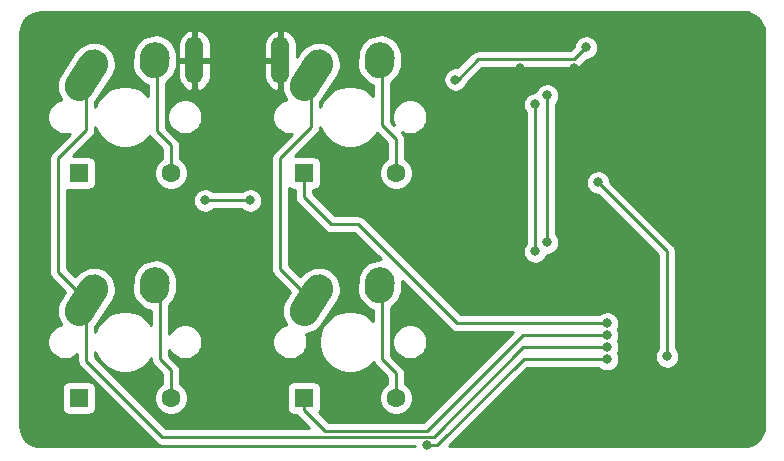
<source format=gtl>
%TF.GenerationSoftware,KiCad,Pcbnew,(5.1.10)-1*%
%TF.CreationDate,2021-08-17T23:44:39-04:00*%
%TF.ProjectId,Keyboard_Schematic,4b657962-6f61-4726-945f-536368656d61,rev?*%
%TF.SameCoordinates,Original*%
%TF.FileFunction,Copper,L1,Top*%
%TF.FilePolarity,Positive*%
%FSLAX46Y46*%
G04 Gerber Fmt 4.6, Leading zero omitted, Abs format (unit mm)*
G04 Created by KiCad (PCBNEW (5.1.10)-1) date 2021-08-17 23:44:39*
%MOMM*%
%LPD*%
G01*
G04 APERTURE LIST*
%TA.AperFunction,ComponentPad*%
%ADD10C,1.600000*%
%TD*%
%TA.AperFunction,ComponentPad*%
%ADD11R,1.600000X1.600000*%
%TD*%
%TA.AperFunction,ComponentPad*%
%ADD12O,1.500000X4.000000*%
%TD*%
%TA.AperFunction,ViaPad*%
%ADD13C,0.800000*%
%TD*%
%TA.AperFunction,Conductor*%
%ADD14C,0.250000*%
%TD*%
%TA.AperFunction,Conductor*%
%ADD15C,0.254000*%
%TD*%
%TA.AperFunction,Conductor*%
%ADD16C,0.100000*%
%TD*%
G04 APERTURE END LIST*
D10*
%TO.P,D1,2*%
%TO.N,Net-(D1-Pad2)*%
X56287500Y-69056250D03*
D11*
%TO.P,D1,1*%
%TO.N,/row0*%
X48487500Y-69056250D03*
%TD*%
D10*
%TO.P,D2,2*%
%TO.N,Net-(D2-Pad2)*%
X56287500Y-88106250D03*
D11*
%TO.P,D2,1*%
%TO.N,/row1*%
X48487500Y-88106250D03*
%TD*%
%TO.P,D3,1*%
%TO.N,/row0*%
X67537500Y-69056250D03*
D10*
%TO.P,D3,2*%
%TO.N,Net-(D3-Pad2)*%
X75337500Y-69056250D03*
%TD*%
D11*
%TO.P,D4,1*%
%TO.N,/row1*%
X67537500Y-88106250D03*
D10*
%TO.P,D4,2*%
%TO.N,Net-(D4-Pad2)*%
X75337500Y-88106250D03*
%TD*%
D12*
%TO.P,J1,6*%
%TO.N,GND*%
X58262500Y-59512500D03*
X65562500Y-59512500D03*
%TD*%
%TO.P,K1,1*%
%TO.N,/col0*%
%TA.AperFunction,ComponentPad*%
G36*
G01*
X47473799Y-61050940D02*
X48682723Y-59153310D01*
G75*
G02*
X50408587Y-58770696I1054239J-671625D01*
G01*
X50408587Y-58770696D01*
G75*
G02*
X50791201Y-60496560I-671625J-1054239D01*
G01*
X49582277Y-62394190D01*
G75*
G02*
X47856413Y-62776804I-1054239J671625D01*
G01*
X47856413Y-62776804D01*
G75*
G02*
X47473799Y-61050940I671625J1054239D01*
G01*
G37*
%TD.AperFunction*%
%TO.P,K1,2*%
%TO.N,Net-(D1-Pad2)*%
%TA.AperFunction,ComponentPad*%
G36*
G01*
X53640671Y-59708059D02*
X53680119Y-59129403D01*
G75*
G02*
X55012243Y-57967317I1247105J-85019D01*
G01*
X55012243Y-57967317D01*
G75*
G02*
X56174329Y-59299441I-85019J-1247105D01*
G01*
X56134881Y-59878097D01*
G75*
G02*
X54802757Y-61040183I-1247105J85019D01*
G01*
X54802757Y-61040183D01*
G75*
G02*
X53640671Y-59708059I85019J1247105D01*
G01*
G37*
%TD.AperFunction*%
%TD*%
%TO.P,K2,2*%
%TO.N,Net-(D2-Pad2)*%
%TA.AperFunction,ComponentPad*%
G36*
G01*
X53640671Y-78758059D02*
X53680119Y-78179403D01*
G75*
G02*
X55012243Y-77017317I1247105J-85019D01*
G01*
X55012243Y-77017317D01*
G75*
G02*
X56174329Y-78349441I-85019J-1247105D01*
G01*
X56134881Y-78928097D01*
G75*
G02*
X54802757Y-80090183I-1247105J85019D01*
G01*
X54802757Y-80090183D01*
G75*
G02*
X53640671Y-78758059I85019J1247105D01*
G01*
G37*
%TD.AperFunction*%
%TO.P,K2,1*%
%TO.N,/col0*%
%TA.AperFunction,ComponentPad*%
G36*
G01*
X47473799Y-80100940D02*
X48682723Y-78203310D01*
G75*
G02*
X50408587Y-77820696I1054239J-671625D01*
G01*
X50408587Y-77820696D01*
G75*
G02*
X50791201Y-79546560I-671625J-1054239D01*
G01*
X49582277Y-81444190D01*
G75*
G02*
X47856413Y-81826804I-1054239J671625D01*
G01*
X47856413Y-81826804D01*
G75*
G02*
X47473799Y-80100940I671625J1054239D01*
G01*
G37*
%TD.AperFunction*%
%TD*%
%TO.P,K3,2*%
%TO.N,Net-(D3-Pad2)*%
%TA.AperFunction,ComponentPad*%
G36*
G01*
X72690671Y-59708059D02*
X72730119Y-59129403D01*
G75*
G02*
X74062243Y-57967317I1247105J-85019D01*
G01*
X74062243Y-57967317D01*
G75*
G02*
X75224329Y-59299441I-85019J-1247105D01*
G01*
X75184881Y-59878097D01*
G75*
G02*
X73852757Y-61040183I-1247105J85019D01*
G01*
X73852757Y-61040183D01*
G75*
G02*
X72690671Y-59708059I85019J1247105D01*
G01*
G37*
%TD.AperFunction*%
%TO.P,K3,1*%
%TO.N,/col1*%
%TA.AperFunction,ComponentPad*%
G36*
G01*
X66523799Y-61050940D02*
X67732723Y-59153310D01*
G75*
G02*
X69458587Y-58770696I1054239J-671625D01*
G01*
X69458587Y-58770696D01*
G75*
G02*
X69841201Y-60496560I-671625J-1054239D01*
G01*
X68632277Y-62394190D01*
G75*
G02*
X66906413Y-62776804I-1054239J671625D01*
G01*
X66906413Y-62776804D01*
G75*
G02*
X66523799Y-61050940I671625J1054239D01*
G01*
G37*
%TD.AperFunction*%
%TD*%
%TO.P,K4,1*%
%TO.N,/col1*%
%TA.AperFunction,ComponentPad*%
G36*
G01*
X66523799Y-80100940D02*
X67732723Y-78203310D01*
G75*
G02*
X69458587Y-77820696I1054239J-671625D01*
G01*
X69458587Y-77820696D01*
G75*
G02*
X69841201Y-79546560I-671625J-1054239D01*
G01*
X68632277Y-81444190D01*
G75*
G02*
X66906413Y-81826804I-1054239J671625D01*
G01*
X66906413Y-81826804D01*
G75*
G02*
X66523799Y-80100940I671625J1054239D01*
G01*
G37*
%TD.AperFunction*%
%TO.P,K4,2*%
%TO.N,Net-(D4-Pad2)*%
%TA.AperFunction,ComponentPad*%
G36*
G01*
X72690671Y-78758059D02*
X72730119Y-78179403D01*
G75*
G02*
X74062243Y-77017317I1247105J-85019D01*
G01*
X74062243Y-77017317D01*
G75*
G02*
X75224329Y-78349441I-85019J-1247105D01*
G01*
X75184881Y-78928097D01*
G75*
G02*
X73852757Y-80090183I-1247105J85019D01*
G01*
X73852757Y-80090183D01*
G75*
G02*
X72690671Y-78758059I85019J1247105D01*
G01*
G37*
%TD.AperFunction*%
%TD*%
D13*
%TO.N,GND*%
X85852000Y-60161000D03*
X90424000Y-60198000D03*
X102362000Y-68072000D03*
X103378000Y-72136000D03*
X90932000Y-71374000D03*
X90932000Y-74676000D03*
X92456000Y-77743750D03*
%TO.N,/row0*%
X62992000Y-71374000D03*
X59182000Y-71374000D03*
X93218000Y-81788000D03*
%TO.N,/row1*%
X93218000Y-82804000D03*
%TO.N,Net-(J1-Pad3)*%
X91440000Y-58420000D03*
X80377540Y-61143770D03*
%TO.N,/col0*%
X93218000Y-83804003D03*
%TO.N,/col1*%
X93218000Y-84804006D03*
X77978000Y-92107010D03*
%TO.N,Net-(R1-Pad2)*%
X92456000Y-69850000D03*
X98298000Y-84582000D03*
%TO.N,/D-*%
X87122000Y-63246000D03*
X87122000Y-75692000D03*
%TO.N,/D+*%
X88138000Y-62484000D03*
X88138000Y-74930000D03*
%TD*%
D14*
%TO.N,GND*%
X90387000Y-60161000D02*
X90424000Y-60198000D01*
X85852000Y-60161000D02*
X90387000Y-60161000D01*
X102362000Y-68072000D02*
X103124000Y-68072000D01*
X103378000Y-68326000D02*
X103378000Y-72136000D01*
X103124000Y-68072000D02*
X103378000Y-68326000D01*
X91694000Y-72136000D02*
X90932000Y-71374000D01*
X90932000Y-74676000D02*
X91694000Y-73914000D01*
X91694000Y-73914000D02*
X91694000Y-72136000D01*
X92456000Y-74676000D02*
X91694000Y-73914000D01*
X92456000Y-77743750D02*
X92456000Y-74676000D01*
%TO.N,Net-(D1-Pad2)*%
X56287500Y-66701500D02*
X55118000Y-65532000D01*
X55118000Y-59714250D02*
X54907500Y-59503750D01*
X55118000Y-65532000D02*
X55118000Y-59714250D01*
X56287500Y-66701500D02*
X56287500Y-69056250D01*
%TO.N,/row0*%
X62992000Y-71374000D02*
X59182000Y-71374000D01*
X93218000Y-81788000D02*
X80518000Y-81788000D01*
X80518000Y-81788000D02*
X72136000Y-73406000D01*
X72136000Y-73406000D02*
X69850000Y-73406000D01*
X67537500Y-71093500D02*
X67537500Y-69056250D01*
X69850000Y-73406000D02*
X67537500Y-71093500D01*
%TO.N,Net-(D2-Pad2)*%
X56287500Y-88106250D02*
X56287500Y-85751500D01*
X56287500Y-85751500D02*
X55372000Y-84836000D01*
X55372000Y-79018250D02*
X54907500Y-78553750D01*
X55372000Y-84836000D02*
X55372000Y-79018250D01*
%TO.N,/row1*%
X93218000Y-82804000D02*
X86106000Y-82804000D01*
X86106000Y-82804000D02*
X77978000Y-90932000D01*
X77978000Y-90932000D02*
X69342000Y-90932000D01*
X67537500Y-89127500D02*
X67537500Y-88106250D01*
X69342000Y-90932000D02*
X67537500Y-89127500D01*
%TO.N,Net-(D3-Pad2)*%
X75337500Y-69056250D02*
X75337500Y-66193500D01*
X75337500Y-66193500D02*
X74168000Y-65024000D01*
X74168000Y-59714250D02*
X73957500Y-59503750D01*
X74168000Y-65024000D02*
X74168000Y-59714250D01*
%TO.N,Net-(D4-Pad2)*%
X74422000Y-79018250D02*
X73957500Y-78553750D01*
X75337500Y-88106250D02*
X75337500Y-86005500D01*
X75337500Y-86005500D02*
X74168000Y-84836000D01*
X74168000Y-78764250D02*
X73957500Y-78553750D01*
X74168000Y-84836000D02*
X74168000Y-78764250D01*
%TO.N,Net-(J1-Pad3)*%
X91440000Y-58420000D02*
X90424000Y-59436000D01*
X90424000Y-59436000D02*
X82296000Y-59436000D01*
X80588230Y-61143770D02*
X80377540Y-61143770D01*
X82296000Y-59436000D02*
X80588230Y-61143770D01*
%TO.N,/col0*%
X49132500Y-60773750D02*
X49132500Y-65421500D01*
X49132500Y-65421500D02*
X46736000Y-67818000D01*
X46736000Y-77427250D02*
X49132500Y-79823750D01*
X46736000Y-67818000D02*
X46736000Y-77427250D01*
X49132500Y-84946500D02*
X49132500Y-79823750D01*
X55568010Y-91382010D02*
X49132500Y-84946500D01*
X78543990Y-91382010D02*
X55568010Y-91382010D01*
X86121997Y-83804003D02*
X78543990Y-91382010D01*
X93218000Y-83804003D02*
X86121997Y-83804003D01*
%TO.N,/col1*%
X68182500Y-60773750D02*
X68182500Y-65167500D01*
X68182500Y-65167500D02*
X65532000Y-67818000D01*
X65532000Y-77173250D02*
X68182500Y-79823750D01*
X65532000Y-67818000D02*
X65532000Y-77173250D01*
X93218000Y-84804006D02*
X86137994Y-84804006D01*
X78834990Y-92107010D02*
X77978000Y-92107010D01*
X86137994Y-84804006D02*
X78834990Y-92107010D01*
%TO.N,Net-(R1-Pad2)*%
X98298000Y-75692000D02*
X98298000Y-84582000D01*
X92456000Y-69850000D02*
X98298000Y-75692000D01*
%TO.N,/D-*%
X87122000Y-63246000D02*
X87122000Y-75692000D01*
%TO.N,/D+*%
X88138000Y-62484000D02*
X88138000Y-74930000D01*
%TD*%
D15*
%TO.N,GND*%
X105108710Y-55464636D02*
X105429710Y-55561551D01*
X105725775Y-55718971D01*
X105985623Y-55930899D01*
X106199358Y-56189260D01*
X106358838Y-56484214D01*
X106457994Y-56804532D01*
X106496250Y-57168512D01*
X106496251Y-90455211D01*
X106460364Y-90821210D01*
X106363448Y-91142212D01*
X106206029Y-91438275D01*
X105994101Y-91698123D01*
X105735742Y-91911856D01*
X105440786Y-92071338D01*
X105120469Y-92170493D01*
X104756479Y-92208750D01*
X79808051Y-92208750D01*
X86452796Y-85564006D01*
X92514289Y-85564006D01*
X92558226Y-85607943D01*
X92727744Y-85721211D01*
X92916102Y-85799232D01*
X93116061Y-85839006D01*
X93319939Y-85839006D01*
X93519898Y-85799232D01*
X93708256Y-85721211D01*
X93877774Y-85607943D01*
X94021937Y-85463780D01*
X94135205Y-85294262D01*
X94213226Y-85105904D01*
X94253000Y-84905945D01*
X94253000Y-84702067D01*
X94213226Y-84502108D01*
X94135205Y-84313750D01*
X94128693Y-84304005D01*
X94135205Y-84294259D01*
X94213226Y-84105901D01*
X94253000Y-83905942D01*
X94253000Y-83702064D01*
X94213226Y-83502105D01*
X94135205Y-83313747D01*
X94128693Y-83304002D01*
X94135205Y-83294256D01*
X94213226Y-83105898D01*
X94253000Y-82905939D01*
X94253000Y-82702061D01*
X94213226Y-82502102D01*
X94135205Y-82313744D01*
X94123349Y-82296000D01*
X94135205Y-82278256D01*
X94213226Y-82089898D01*
X94253000Y-81889939D01*
X94253000Y-81686061D01*
X94213226Y-81486102D01*
X94135205Y-81297744D01*
X94021937Y-81128226D01*
X93877774Y-80984063D01*
X93708256Y-80870795D01*
X93519898Y-80792774D01*
X93319939Y-80753000D01*
X93116061Y-80753000D01*
X92916102Y-80792774D01*
X92727744Y-80870795D01*
X92558226Y-80984063D01*
X92514289Y-81028000D01*
X80832802Y-81028000D01*
X72699804Y-72895003D01*
X72676001Y-72865999D01*
X72560276Y-72771026D01*
X72428247Y-72700454D01*
X72284986Y-72656997D01*
X72173333Y-72646000D01*
X72173322Y-72646000D01*
X72136000Y-72642324D01*
X72098678Y-72646000D01*
X70164802Y-72646000D01*
X68297500Y-70778699D01*
X68297500Y-70494322D01*
X68337500Y-70494322D01*
X68461982Y-70482062D01*
X68581680Y-70445752D01*
X68691994Y-70386787D01*
X68788685Y-70307435D01*
X68868037Y-70210744D01*
X68927002Y-70100430D01*
X68963312Y-69980732D01*
X68975572Y-69856250D01*
X68975572Y-68256250D01*
X68963312Y-68131768D01*
X68927002Y-68012070D01*
X68868037Y-67901756D01*
X68788685Y-67805065D01*
X68691994Y-67725713D01*
X68581680Y-67666748D01*
X68461982Y-67630438D01*
X68337500Y-67618178D01*
X66806623Y-67618178D01*
X68693503Y-65731299D01*
X68722501Y-65707501D01*
X68766819Y-65653499D01*
X68817474Y-65591777D01*
X68888046Y-65459747D01*
X68911322Y-65383015D01*
X68931503Y-65316486D01*
X68942500Y-65204833D01*
X68942500Y-65204824D01*
X68946176Y-65167501D01*
X68943761Y-65142978D01*
X69107799Y-65539001D01*
X69395500Y-65969576D01*
X69761674Y-66335750D01*
X70192249Y-66623451D01*
X70670678Y-66821623D01*
X71178576Y-66922650D01*
X71696424Y-66922650D01*
X72204322Y-66821623D01*
X72682751Y-66623451D01*
X73113326Y-66335750D01*
X73479500Y-65969576D01*
X73703514Y-65634315D01*
X74577501Y-66508303D01*
X74577500Y-67838206D01*
X74422741Y-67941613D01*
X74222863Y-68141491D01*
X74065820Y-68376523D01*
X73957647Y-68637676D01*
X73902500Y-68914915D01*
X73902500Y-69197585D01*
X73957647Y-69474824D01*
X74065820Y-69735977D01*
X74222863Y-69971009D01*
X74422741Y-70170887D01*
X74657773Y-70327930D01*
X74918926Y-70436103D01*
X75196165Y-70491250D01*
X75478835Y-70491250D01*
X75756074Y-70436103D01*
X76017227Y-70327930D01*
X76252259Y-70170887D01*
X76452137Y-69971009D01*
X76609180Y-69735977D01*
X76717353Y-69474824D01*
X76772500Y-69197585D01*
X76772500Y-68914915D01*
X76717353Y-68637676D01*
X76609180Y-68376523D01*
X76452137Y-68141491D01*
X76252259Y-67941613D01*
X76097500Y-67838207D01*
X76097500Y-66230825D01*
X76101176Y-66193500D01*
X76097500Y-66156175D01*
X76097500Y-66156167D01*
X76086503Y-66044514D01*
X76043046Y-65901253D01*
X75972474Y-65769224D01*
X75877501Y-65653499D01*
X75848503Y-65629701D01*
X75840426Y-65621624D01*
X76084079Y-65722548D01*
X76371152Y-65779650D01*
X76663848Y-65779650D01*
X76950921Y-65722548D01*
X77221338Y-65610538D01*
X77464706Y-65447924D01*
X77671674Y-65240956D01*
X77834288Y-64997588D01*
X77946298Y-64727171D01*
X78003400Y-64440098D01*
X78003400Y-64147402D01*
X77946298Y-63860329D01*
X77834288Y-63589912D01*
X77671674Y-63346544D01*
X77469191Y-63144061D01*
X86087000Y-63144061D01*
X86087000Y-63347939D01*
X86126774Y-63547898D01*
X86204795Y-63736256D01*
X86318063Y-63905774D01*
X86362000Y-63949711D01*
X86362001Y-74988288D01*
X86318063Y-75032226D01*
X86204795Y-75201744D01*
X86126774Y-75390102D01*
X86087000Y-75590061D01*
X86087000Y-75793939D01*
X86126774Y-75993898D01*
X86204795Y-76182256D01*
X86318063Y-76351774D01*
X86462226Y-76495937D01*
X86631744Y-76609205D01*
X86820102Y-76687226D01*
X87020061Y-76727000D01*
X87223939Y-76727000D01*
X87423898Y-76687226D01*
X87612256Y-76609205D01*
X87781774Y-76495937D01*
X87925937Y-76351774D01*
X88039205Y-76182256D01*
X88117226Y-75993898D01*
X88122974Y-75965000D01*
X88239939Y-75965000D01*
X88439898Y-75925226D01*
X88628256Y-75847205D01*
X88797774Y-75733937D01*
X88941937Y-75589774D01*
X89055205Y-75420256D01*
X89133226Y-75231898D01*
X89173000Y-75031939D01*
X89173000Y-74828061D01*
X89133226Y-74628102D01*
X89055205Y-74439744D01*
X88941937Y-74270226D01*
X88898000Y-74226289D01*
X88898000Y-69748061D01*
X91421000Y-69748061D01*
X91421000Y-69951939D01*
X91460774Y-70151898D01*
X91538795Y-70340256D01*
X91652063Y-70509774D01*
X91796226Y-70653937D01*
X91965744Y-70767205D01*
X92154102Y-70845226D01*
X92354061Y-70885000D01*
X92416199Y-70885000D01*
X97538000Y-76006802D01*
X97538001Y-83878288D01*
X97494063Y-83922226D01*
X97380795Y-84091744D01*
X97302774Y-84280102D01*
X97263000Y-84480061D01*
X97263000Y-84683939D01*
X97302774Y-84883898D01*
X97380795Y-85072256D01*
X97494063Y-85241774D01*
X97638226Y-85385937D01*
X97807744Y-85499205D01*
X97996102Y-85577226D01*
X98196061Y-85617000D01*
X98399939Y-85617000D01*
X98599898Y-85577226D01*
X98788256Y-85499205D01*
X98957774Y-85385937D01*
X99101937Y-85241774D01*
X99215205Y-85072256D01*
X99293226Y-84883898D01*
X99333000Y-84683939D01*
X99333000Y-84480061D01*
X99293226Y-84280102D01*
X99215205Y-84091744D01*
X99101937Y-83922226D01*
X99058000Y-83878289D01*
X99058000Y-75729325D01*
X99061676Y-75692000D01*
X99058000Y-75654675D01*
X99058000Y-75654667D01*
X99047003Y-75543014D01*
X99003546Y-75399753D01*
X98932974Y-75267724D01*
X98838001Y-75151999D01*
X98809004Y-75128202D01*
X93491000Y-69810199D01*
X93491000Y-69748061D01*
X93451226Y-69548102D01*
X93373205Y-69359744D01*
X93259937Y-69190226D01*
X93115774Y-69046063D01*
X92946256Y-68932795D01*
X92757898Y-68854774D01*
X92557939Y-68815000D01*
X92354061Y-68815000D01*
X92154102Y-68854774D01*
X91965744Y-68932795D01*
X91796226Y-69046063D01*
X91652063Y-69190226D01*
X91538795Y-69359744D01*
X91460774Y-69548102D01*
X91421000Y-69748061D01*
X88898000Y-69748061D01*
X88898000Y-63187711D01*
X88941937Y-63143774D01*
X89055205Y-62974256D01*
X89133226Y-62785898D01*
X89173000Y-62585939D01*
X89173000Y-62382061D01*
X89133226Y-62182102D01*
X89055205Y-61993744D01*
X88941937Y-61824226D01*
X88797774Y-61680063D01*
X88628256Y-61566795D01*
X88439898Y-61488774D01*
X88239939Y-61449000D01*
X88036061Y-61449000D01*
X87836102Y-61488774D01*
X87647744Y-61566795D01*
X87478226Y-61680063D01*
X87334063Y-61824226D01*
X87220795Y-61993744D01*
X87142774Y-62182102D01*
X87137026Y-62211000D01*
X87020061Y-62211000D01*
X86820102Y-62250774D01*
X86631744Y-62328795D01*
X86462226Y-62442063D01*
X86318063Y-62586226D01*
X86204795Y-62755744D01*
X86126774Y-62944102D01*
X86087000Y-63144061D01*
X77469191Y-63144061D01*
X77464706Y-63139576D01*
X77221338Y-62976962D01*
X76950921Y-62864952D01*
X76663848Y-62807850D01*
X76371152Y-62807850D01*
X76084079Y-62864952D01*
X75813662Y-62976962D01*
X75570294Y-63139576D01*
X75363326Y-63346544D01*
X75200712Y-63589912D01*
X75088702Y-63860329D01*
X75031600Y-64147402D01*
X75031600Y-64440098D01*
X75088702Y-64727171D01*
X75189626Y-64970825D01*
X74928000Y-64709199D01*
X74928000Y-61402084D01*
X75182925Y-61220415D01*
X75351066Y-61041831D01*
X79342540Y-61041831D01*
X79342540Y-61245709D01*
X79382314Y-61445668D01*
X79460335Y-61634026D01*
X79573603Y-61803544D01*
X79717766Y-61947707D01*
X79887284Y-62060975D01*
X80075642Y-62138996D01*
X80275601Y-62178770D01*
X80479479Y-62178770D01*
X80679438Y-62138996D01*
X80867796Y-62060975D01*
X81037314Y-61947707D01*
X81181477Y-61803544D01*
X81294745Y-61634026D01*
X81372766Y-61445668D01*
X81375654Y-61431147D01*
X82610803Y-60196000D01*
X90386678Y-60196000D01*
X90424000Y-60199676D01*
X90461322Y-60196000D01*
X90461333Y-60196000D01*
X90572986Y-60185003D01*
X90716247Y-60141546D01*
X90848276Y-60070974D01*
X90964001Y-59976001D01*
X90987804Y-59946998D01*
X91479802Y-59455000D01*
X91541939Y-59455000D01*
X91741898Y-59415226D01*
X91930256Y-59337205D01*
X92099774Y-59223937D01*
X92243937Y-59079774D01*
X92357205Y-58910256D01*
X92435226Y-58721898D01*
X92475000Y-58521939D01*
X92475000Y-58318061D01*
X92435226Y-58118102D01*
X92357205Y-57929744D01*
X92243937Y-57760226D01*
X92099774Y-57616063D01*
X91930256Y-57502795D01*
X91741898Y-57424774D01*
X91541939Y-57385000D01*
X91338061Y-57385000D01*
X91138102Y-57424774D01*
X90949744Y-57502795D01*
X90780226Y-57616063D01*
X90636063Y-57760226D01*
X90522795Y-57929744D01*
X90444774Y-58118102D01*
X90405000Y-58318061D01*
X90405000Y-58380198D01*
X90109199Y-58676000D01*
X82333322Y-58676000D01*
X82295999Y-58672324D01*
X82258676Y-58676000D01*
X82258667Y-58676000D01*
X82147014Y-58686997D01*
X82003753Y-58730454D01*
X81871724Y-58801026D01*
X81871722Y-58801027D01*
X81871723Y-58801027D01*
X81784996Y-58872201D01*
X81784992Y-58872205D01*
X81755999Y-58895999D01*
X81732205Y-58924992D01*
X80536989Y-60120209D01*
X80479479Y-60108770D01*
X80275601Y-60108770D01*
X80075642Y-60148544D01*
X79887284Y-60226565D01*
X79717766Y-60339833D01*
X79573603Y-60483996D01*
X79460335Y-60653514D01*
X79382314Y-60841872D01*
X79342540Y-61041831D01*
X75351066Y-61041831D01*
X75437459Y-60950073D01*
X75634363Y-60635267D01*
X75766066Y-60288097D01*
X75812113Y-60013666D01*
X75864156Y-59250246D01*
X75855779Y-58972105D01*
X75772410Y-58610273D01*
X75620052Y-58271658D01*
X75404561Y-57969273D01*
X75134219Y-57714739D01*
X74819413Y-57517836D01*
X74472243Y-57386132D01*
X74106050Y-57324689D01*
X73734907Y-57335867D01*
X73373075Y-57419236D01*
X73034460Y-57571594D01*
X72732075Y-57787085D01*
X72477541Y-58057427D01*
X72280637Y-58372233D01*
X72148934Y-58719403D01*
X72102887Y-58993834D01*
X72050844Y-59757255D01*
X72059221Y-60035395D01*
X72142590Y-60397227D01*
X72294948Y-60735842D01*
X72510439Y-61038227D01*
X72780781Y-61292761D01*
X73095587Y-61489665D01*
X73408001Y-61608183D01*
X73408000Y-62546424D01*
X73113326Y-62251750D01*
X72682751Y-61964049D01*
X72204322Y-61765877D01*
X71696424Y-61664850D01*
X71178576Y-61664850D01*
X70670678Y-61765877D01*
X70192249Y-61964049D01*
X69761674Y-62251750D01*
X69395500Y-62617924D01*
X69107799Y-63048499D01*
X68942500Y-63447566D01*
X68942500Y-63035617D01*
X68946282Y-63032373D01*
X69118078Y-62813470D01*
X70426506Y-60759650D01*
X70552296Y-60511438D01*
X70652305Y-60153847D01*
X70680631Y-59783616D01*
X70636183Y-59414973D01*
X70520671Y-59062086D01*
X70338534Y-58738513D01*
X70096770Y-58456692D01*
X69804671Y-58227451D01*
X69473463Y-58059601D01*
X69115873Y-57959592D01*
X68745641Y-57931267D01*
X68376999Y-57975714D01*
X68024111Y-58091226D01*
X67700539Y-58273363D01*
X67418718Y-58515127D01*
X67246922Y-58734030D01*
X66947500Y-59204028D01*
X66947500Y-58135500D01*
X66896111Y-57867740D01*
X66793472Y-57615151D01*
X66643528Y-57387439D01*
X66452040Y-57193355D01*
X66226368Y-57040358D01*
X65975184Y-56934327D01*
X65903685Y-56920182D01*
X65689500Y-57042844D01*
X65689500Y-59385500D01*
X65709500Y-59385500D01*
X65709500Y-59639500D01*
X65689500Y-59639500D01*
X65689500Y-61696819D01*
X65684369Y-61763885D01*
X65689500Y-61806440D01*
X65689500Y-61982156D01*
X65712258Y-61995189D01*
X65728817Y-62132527D01*
X65844328Y-62485414D01*
X66026466Y-62808987D01*
X66052554Y-62839397D01*
X65924079Y-62864952D01*
X65653662Y-62976962D01*
X65410294Y-63139576D01*
X65203326Y-63346544D01*
X65040712Y-63589912D01*
X64928702Y-63860329D01*
X64871600Y-64147402D01*
X64871600Y-64440098D01*
X64928702Y-64727171D01*
X65040712Y-64997588D01*
X65203326Y-65240956D01*
X65410294Y-65447924D01*
X65653662Y-65610538D01*
X65924079Y-65722548D01*
X66211152Y-65779650D01*
X66495548Y-65779650D01*
X65021003Y-67254196D01*
X64991999Y-67277999D01*
X64944010Y-67336474D01*
X64897026Y-67393724D01*
X64866677Y-67450503D01*
X64826454Y-67525754D01*
X64782997Y-67669015D01*
X64772000Y-67780668D01*
X64772000Y-67780678D01*
X64768324Y-67818000D01*
X64772000Y-67855322D01*
X64772001Y-77135918D01*
X64768324Y-77173250D01*
X64782998Y-77322235D01*
X64826454Y-77465496D01*
X64897026Y-77597526D01*
X64948522Y-77660273D01*
X64992000Y-77713251D01*
X65020998Y-77737049D01*
X66398980Y-79115032D01*
X65938493Y-79837851D01*
X65812704Y-80086064D01*
X65712694Y-80443654D01*
X65684369Y-80813885D01*
X65728817Y-81182527D01*
X65844328Y-81535414D01*
X66026466Y-81858987D01*
X66052554Y-81889397D01*
X65924079Y-81914952D01*
X65653662Y-82026962D01*
X65410294Y-82189576D01*
X65203326Y-82396544D01*
X65040712Y-82639912D01*
X64928702Y-82910329D01*
X64871600Y-83197402D01*
X64871600Y-83490098D01*
X64928702Y-83777171D01*
X65040712Y-84047588D01*
X65203326Y-84290956D01*
X65410294Y-84497924D01*
X65653662Y-84660538D01*
X65924079Y-84772548D01*
X66211152Y-84829650D01*
X66503848Y-84829650D01*
X66790921Y-84772548D01*
X67061338Y-84660538D01*
X67304706Y-84497924D01*
X67511674Y-84290956D01*
X67674288Y-84047588D01*
X67786298Y-83777171D01*
X67843400Y-83490098D01*
X67843400Y-83197402D01*
X67786298Y-82910329D01*
X67682059Y-82658674D01*
X67988000Y-82621786D01*
X68340887Y-82506275D01*
X68664460Y-82324137D01*
X68946282Y-82082373D01*
X69118078Y-81863470D01*
X70426506Y-79809650D01*
X70552296Y-79561438D01*
X70652305Y-79203847D01*
X70680631Y-78833616D01*
X70636183Y-78464973D01*
X70520671Y-78112086D01*
X70338534Y-77788513D01*
X70096770Y-77506692D01*
X69804671Y-77277451D01*
X69473463Y-77109601D01*
X69115873Y-77009592D01*
X68745641Y-76981267D01*
X68376999Y-77025714D01*
X68024111Y-77141226D01*
X67700539Y-77323363D01*
X67418718Y-77565127D01*
X67246922Y-77784030D01*
X67235504Y-77801953D01*
X66292000Y-76858449D01*
X66292000Y-70312101D01*
X66383006Y-70386787D01*
X66493320Y-70445752D01*
X66613018Y-70482062D01*
X66737500Y-70494322D01*
X66777500Y-70494322D01*
X66777500Y-71056177D01*
X66773824Y-71093500D01*
X66777500Y-71130822D01*
X66777500Y-71130832D01*
X66788497Y-71242485D01*
X66797469Y-71272061D01*
X66831954Y-71385746D01*
X66902526Y-71517776D01*
X66942371Y-71566326D01*
X66997499Y-71633501D01*
X67026503Y-71657304D01*
X69286200Y-73917002D01*
X69309999Y-73946001D01*
X69425724Y-74040974D01*
X69557753Y-74111546D01*
X69701014Y-74155003D01*
X69812667Y-74166000D01*
X69812677Y-74166000D01*
X69850000Y-74169676D01*
X69887323Y-74166000D01*
X71821199Y-74166000D01*
X74032114Y-76376916D01*
X73734907Y-76385867D01*
X73373075Y-76469236D01*
X73034460Y-76621594D01*
X72732075Y-76837085D01*
X72477541Y-77107427D01*
X72280637Y-77422233D01*
X72148934Y-77769403D01*
X72102887Y-78043834D01*
X72050844Y-78807255D01*
X72059221Y-79085395D01*
X72142590Y-79447227D01*
X72294948Y-79785842D01*
X72510439Y-80088227D01*
X72780781Y-80342761D01*
X73095587Y-80539665D01*
X73408001Y-80658183D01*
X73408001Y-81596425D01*
X73113326Y-81301750D01*
X72682751Y-81014049D01*
X72204322Y-80815877D01*
X71696424Y-80714850D01*
X71178576Y-80714850D01*
X70670678Y-80815877D01*
X70192249Y-81014049D01*
X69761674Y-81301750D01*
X69395500Y-81667924D01*
X69107799Y-82098499D01*
X68909627Y-82576928D01*
X68808600Y-83084826D01*
X68808600Y-83602674D01*
X68909627Y-84110572D01*
X69107799Y-84589001D01*
X69395500Y-85019576D01*
X69761674Y-85385750D01*
X70192249Y-85673451D01*
X70670678Y-85871623D01*
X71178576Y-85972650D01*
X71696424Y-85972650D01*
X72204322Y-85871623D01*
X72682751Y-85673451D01*
X73113326Y-85385750D01*
X73441129Y-85057947D01*
X73445470Y-85072256D01*
X73462454Y-85128246D01*
X73533026Y-85260276D01*
X73560918Y-85294262D01*
X73627999Y-85376001D01*
X73657003Y-85399804D01*
X74577501Y-86320303D01*
X74577501Y-86888206D01*
X74422741Y-86991613D01*
X74222863Y-87191491D01*
X74065820Y-87426523D01*
X73957647Y-87687676D01*
X73902500Y-87964915D01*
X73902500Y-88247585D01*
X73957647Y-88524824D01*
X74065820Y-88785977D01*
X74222863Y-89021009D01*
X74422741Y-89220887D01*
X74657773Y-89377930D01*
X74918926Y-89486103D01*
X75196165Y-89541250D01*
X75478835Y-89541250D01*
X75756074Y-89486103D01*
X76017227Y-89377930D01*
X76252259Y-89220887D01*
X76452137Y-89021009D01*
X76609180Y-88785977D01*
X76717353Y-88524824D01*
X76772500Y-88247585D01*
X76772500Y-87964915D01*
X76717353Y-87687676D01*
X76609180Y-87426523D01*
X76452137Y-87191491D01*
X76252259Y-86991613D01*
X76097500Y-86888207D01*
X76097500Y-86042825D01*
X76101176Y-86005500D01*
X76097500Y-85968175D01*
X76097500Y-85968167D01*
X76086503Y-85856514D01*
X76043046Y-85713253D01*
X75972474Y-85581224D01*
X75877501Y-85465499D01*
X75848503Y-85441701D01*
X74928000Y-84521199D01*
X74928000Y-83197402D01*
X75031600Y-83197402D01*
X75031600Y-83490098D01*
X75088702Y-83777171D01*
X75200712Y-84047588D01*
X75363326Y-84290956D01*
X75570294Y-84497924D01*
X75813662Y-84660538D01*
X76084079Y-84772548D01*
X76371152Y-84829650D01*
X76663848Y-84829650D01*
X76950921Y-84772548D01*
X77221338Y-84660538D01*
X77464706Y-84497924D01*
X77671674Y-84290956D01*
X77834288Y-84047588D01*
X77946298Y-83777171D01*
X78003400Y-83490098D01*
X78003400Y-83197402D01*
X77946298Y-82910329D01*
X77834288Y-82639912D01*
X77671674Y-82396544D01*
X77464706Y-82189576D01*
X77221338Y-82026962D01*
X76950921Y-81914952D01*
X76663848Y-81857850D01*
X76371152Y-81857850D01*
X76084079Y-81914952D01*
X75813662Y-82026962D01*
X75570294Y-82189576D01*
X75363326Y-82396544D01*
X75200712Y-82639912D01*
X75088702Y-82910329D01*
X75031600Y-83197402D01*
X74928000Y-83197402D01*
X74928000Y-80452084D01*
X75182925Y-80270415D01*
X75437459Y-80000073D01*
X75634363Y-79685267D01*
X75766066Y-79338097D01*
X75812113Y-79063666D01*
X75864156Y-78300246D01*
X75861321Y-78206123D01*
X79954201Y-82299003D01*
X79977999Y-82328001D01*
X80006997Y-82351799D01*
X80093723Y-82422974D01*
X80225753Y-82493546D01*
X80369014Y-82537003D01*
X80480667Y-82548000D01*
X80480676Y-82548000D01*
X80517999Y-82551676D01*
X80555322Y-82548000D01*
X85287198Y-82548000D01*
X77663199Y-90172000D01*
X69656803Y-90172000D01*
X68812824Y-89328022D01*
X68868037Y-89260744D01*
X68927002Y-89150430D01*
X68963312Y-89030732D01*
X68975572Y-88906250D01*
X68975572Y-87306250D01*
X68963312Y-87181768D01*
X68927002Y-87062070D01*
X68868037Y-86951756D01*
X68788685Y-86855065D01*
X68691994Y-86775713D01*
X68581680Y-86716748D01*
X68461982Y-86680438D01*
X68337500Y-86668178D01*
X66737500Y-86668178D01*
X66613018Y-86680438D01*
X66493320Y-86716748D01*
X66383006Y-86775713D01*
X66286315Y-86855065D01*
X66206963Y-86951756D01*
X66147998Y-87062070D01*
X66111688Y-87181768D01*
X66099428Y-87306250D01*
X66099428Y-88906250D01*
X66111688Y-89030732D01*
X66147998Y-89150430D01*
X66206963Y-89260744D01*
X66286315Y-89357435D01*
X66383006Y-89436787D01*
X66493320Y-89495752D01*
X66613018Y-89532062D01*
X66737500Y-89544322D01*
X66898542Y-89544322D01*
X66902526Y-89551776D01*
X66942371Y-89600326D01*
X66997499Y-89667501D01*
X67026502Y-89691303D01*
X67957208Y-90622010D01*
X55882812Y-90622010D01*
X49892500Y-84631699D01*
X49892500Y-84189934D01*
X50057799Y-84589001D01*
X50345500Y-85019576D01*
X50711674Y-85385750D01*
X51142249Y-85673451D01*
X51620678Y-85871623D01*
X52128576Y-85972650D01*
X52646424Y-85972650D01*
X53154322Y-85871623D01*
X53632751Y-85673451D01*
X54063326Y-85385750D01*
X54429500Y-85019576D01*
X54612000Y-84746445D01*
X54612000Y-84798677D01*
X54608324Y-84836000D01*
X54612000Y-84873322D01*
X54612000Y-84873332D01*
X54622997Y-84984985D01*
X54649470Y-85072256D01*
X54666454Y-85128246D01*
X54737026Y-85260276D01*
X54764918Y-85294262D01*
X54831999Y-85376001D01*
X54861002Y-85399803D01*
X55527501Y-86066303D01*
X55527501Y-86888206D01*
X55372741Y-86991613D01*
X55172863Y-87191491D01*
X55015820Y-87426523D01*
X54907647Y-87687676D01*
X54852500Y-87964915D01*
X54852500Y-88247585D01*
X54907647Y-88524824D01*
X55015820Y-88785977D01*
X55172863Y-89021009D01*
X55372741Y-89220887D01*
X55607773Y-89377930D01*
X55868926Y-89486103D01*
X56146165Y-89541250D01*
X56428835Y-89541250D01*
X56706074Y-89486103D01*
X56967227Y-89377930D01*
X57202259Y-89220887D01*
X57402137Y-89021009D01*
X57559180Y-88785977D01*
X57667353Y-88524824D01*
X57722500Y-88247585D01*
X57722500Y-87964915D01*
X57667353Y-87687676D01*
X57559180Y-87426523D01*
X57402137Y-87191491D01*
X57202259Y-86991613D01*
X57047500Y-86888207D01*
X57047500Y-85788833D01*
X57051177Y-85751500D01*
X57036503Y-85602514D01*
X56993046Y-85459253D01*
X56922474Y-85327224D01*
X56851299Y-85240497D01*
X56827501Y-85211499D01*
X56798503Y-85187701D01*
X56132000Y-84521199D01*
X56132000Y-84002413D01*
X56150712Y-84047588D01*
X56313326Y-84290956D01*
X56520294Y-84497924D01*
X56763662Y-84660538D01*
X57034079Y-84772548D01*
X57321152Y-84829650D01*
X57613848Y-84829650D01*
X57900921Y-84772548D01*
X58171338Y-84660538D01*
X58414706Y-84497924D01*
X58621674Y-84290956D01*
X58784288Y-84047588D01*
X58896298Y-83777171D01*
X58953400Y-83490098D01*
X58953400Y-83197402D01*
X58896298Y-82910329D01*
X58784288Y-82639912D01*
X58621674Y-82396544D01*
X58414706Y-82189576D01*
X58171338Y-82026962D01*
X57900921Y-81914952D01*
X57613848Y-81857850D01*
X57321152Y-81857850D01*
X57034079Y-81914952D01*
X56763662Y-82026962D01*
X56520294Y-82189576D01*
X56313326Y-82396544D01*
X56150712Y-82639912D01*
X56132000Y-82685087D01*
X56132000Y-80271074D01*
X56132925Y-80270415D01*
X56387459Y-80000073D01*
X56584363Y-79685267D01*
X56716066Y-79338097D01*
X56762113Y-79063666D01*
X56814156Y-78300246D01*
X56805779Y-78022105D01*
X56722410Y-77660273D01*
X56570052Y-77321658D01*
X56354561Y-77019273D01*
X56084219Y-76764739D01*
X55769413Y-76567836D01*
X55422243Y-76436132D01*
X55056050Y-76374689D01*
X54684907Y-76385867D01*
X54323075Y-76469236D01*
X53984460Y-76621594D01*
X53682075Y-76837085D01*
X53427541Y-77107427D01*
X53230637Y-77422233D01*
X53098934Y-77769403D01*
X53052887Y-78043834D01*
X53000844Y-78807255D01*
X53009221Y-79085395D01*
X53092590Y-79447227D01*
X53244948Y-79785842D01*
X53460439Y-80088227D01*
X53730781Y-80342761D01*
X54045587Y-80539665D01*
X54392757Y-80671368D01*
X54612001Y-80708155D01*
X54612000Y-81941055D01*
X54429500Y-81667924D01*
X54063326Y-81301750D01*
X53632751Y-81014049D01*
X53154322Y-80815877D01*
X52646424Y-80714850D01*
X52128576Y-80714850D01*
X51620678Y-80815877D01*
X51142249Y-81014049D01*
X50711674Y-81301750D01*
X50345500Y-81667924D01*
X50057799Y-82098499D01*
X49892500Y-82497566D01*
X49892500Y-82085617D01*
X49896282Y-82082373D01*
X50068078Y-81863470D01*
X51376506Y-79809650D01*
X51502296Y-79561438D01*
X51602305Y-79203847D01*
X51630631Y-78833616D01*
X51586183Y-78464973D01*
X51470671Y-78112086D01*
X51288534Y-77788513D01*
X51046770Y-77506692D01*
X50754671Y-77277451D01*
X50423463Y-77109601D01*
X50065873Y-77009592D01*
X49695641Y-76981267D01*
X49326999Y-77025714D01*
X48974111Y-77141226D01*
X48650539Y-77323363D01*
X48368718Y-77565127D01*
X48196922Y-77784030D01*
X48185504Y-77801953D01*
X47496000Y-77112449D01*
X47496000Y-71272061D01*
X58147000Y-71272061D01*
X58147000Y-71475939D01*
X58186774Y-71675898D01*
X58264795Y-71864256D01*
X58378063Y-72033774D01*
X58522226Y-72177937D01*
X58691744Y-72291205D01*
X58880102Y-72369226D01*
X59080061Y-72409000D01*
X59283939Y-72409000D01*
X59483898Y-72369226D01*
X59672256Y-72291205D01*
X59841774Y-72177937D01*
X59885711Y-72134000D01*
X62288289Y-72134000D01*
X62332226Y-72177937D01*
X62501744Y-72291205D01*
X62690102Y-72369226D01*
X62890061Y-72409000D01*
X63093939Y-72409000D01*
X63293898Y-72369226D01*
X63482256Y-72291205D01*
X63651774Y-72177937D01*
X63795937Y-72033774D01*
X63909205Y-71864256D01*
X63987226Y-71675898D01*
X64027000Y-71475939D01*
X64027000Y-71272061D01*
X63987226Y-71072102D01*
X63909205Y-70883744D01*
X63795937Y-70714226D01*
X63651774Y-70570063D01*
X63482256Y-70456795D01*
X63293898Y-70378774D01*
X63093939Y-70339000D01*
X62890061Y-70339000D01*
X62690102Y-70378774D01*
X62501744Y-70456795D01*
X62332226Y-70570063D01*
X62288289Y-70614000D01*
X59885711Y-70614000D01*
X59841774Y-70570063D01*
X59672256Y-70456795D01*
X59483898Y-70378774D01*
X59283939Y-70339000D01*
X59080061Y-70339000D01*
X58880102Y-70378774D01*
X58691744Y-70456795D01*
X58522226Y-70570063D01*
X58378063Y-70714226D01*
X58264795Y-70883744D01*
X58186774Y-71072102D01*
X58147000Y-71272061D01*
X47496000Y-71272061D01*
X47496000Y-70461732D01*
X47563018Y-70482062D01*
X47687500Y-70494322D01*
X49287500Y-70494322D01*
X49411982Y-70482062D01*
X49531680Y-70445752D01*
X49641994Y-70386787D01*
X49738685Y-70307435D01*
X49818037Y-70210744D01*
X49877002Y-70100430D01*
X49913312Y-69980732D01*
X49925572Y-69856250D01*
X49925572Y-68256250D01*
X49913312Y-68131768D01*
X49877002Y-68012070D01*
X49818037Y-67901756D01*
X49738685Y-67805065D01*
X49641994Y-67725713D01*
X49531680Y-67666748D01*
X49411982Y-67630438D01*
X49287500Y-67618178D01*
X48010623Y-67618178D01*
X49643503Y-65985299D01*
X49672501Y-65961501D01*
X49767474Y-65845776D01*
X49838046Y-65713747D01*
X49881503Y-65570486D01*
X49892500Y-65458833D01*
X49892500Y-65458823D01*
X49896176Y-65421500D01*
X49892500Y-65384177D01*
X49892500Y-65139934D01*
X50057799Y-65539001D01*
X50345500Y-65969576D01*
X50711674Y-66335750D01*
X51142249Y-66623451D01*
X51620678Y-66821623D01*
X52128576Y-66922650D01*
X52646424Y-66922650D01*
X53154322Y-66821623D01*
X53632751Y-66623451D01*
X54063326Y-66335750D01*
X54429500Y-65969576D01*
X54463187Y-65919160D01*
X54483026Y-65956276D01*
X54515589Y-65995954D01*
X54577999Y-66072001D01*
X54607003Y-66095804D01*
X55527500Y-67016302D01*
X55527500Y-67838206D01*
X55372741Y-67941613D01*
X55172863Y-68141491D01*
X55015820Y-68376523D01*
X54907647Y-68637676D01*
X54852500Y-68914915D01*
X54852500Y-69197585D01*
X54907647Y-69474824D01*
X55015820Y-69735977D01*
X55172863Y-69971009D01*
X55372741Y-70170887D01*
X55607773Y-70327930D01*
X55868926Y-70436103D01*
X56146165Y-70491250D01*
X56428835Y-70491250D01*
X56706074Y-70436103D01*
X56967227Y-70327930D01*
X57202259Y-70170887D01*
X57402137Y-69971009D01*
X57559180Y-69735977D01*
X57667353Y-69474824D01*
X57722500Y-69197585D01*
X57722500Y-68914915D01*
X57667353Y-68637676D01*
X57559180Y-68376523D01*
X57402137Y-68141491D01*
X57202259Y-67941613D01*
X57047500Y-67838207D01*
X57047500Y-66738825D01*
X57051176Y-66701500D01*
X57047500Y-66664175D01*
X57047500Y-66664167D01*
X57036503Y-66552514D01*
X56993046Y-66409253D01*
X56922474Y-66277224D01*
X56827501Y-66161499D01*
X56798504Y-66137702D01*
X55878000Y-65217199D01*
X55878000Y-64147402D01*
X55981600Y-64147402D01*
X55981600Y-64440098D01*
X56038702Y-64727171D01*
X56150712Y-64997588D01*
X56313326Y-65240956D01*
X56520294Y-65447924D01*
X56763662Y-65610538D01*
X57034079Y-65722548D01*
X57321152Y-65779650D01*
X57613848Y-65779650D01*
X57900921Y-65722548D01*
X58171338Y-65610538D01*
X58414706Y-65447924D01*
X58621674Y-65240956D01*
X58784288Y-64997588D01*
X58896298Y-64727171D01*
X58953400Y-64440098D01*
X58953400Y-64147402D01*
X58896298Y-63860329D01*
X58784288Y-63589912D01*
X58621674Y-63346544D01*
X58414706Y-63139576D01*
X58171338Y-62976962D01*
X57900921Y-62864952D01*
X57613848Y-62807850D01*
X57321152Y-62807850D01*
X57034079Y-62864952D01*
X56763662Y-62976962D01*
X56520294Y-63139576D01*
X56313326Y-63346544D01*
X56150712Y-63589912D01*
X56038702Y-63860329D01*
X55981600Y-64147402D01*
X55878000Y-64147402D01*
X55878000Y-61402084D01*
X56132925Y-61220415D01*
X56387459Y-60950073D01*
X56584363Y-60635267D01*
X56716066Y-60288097D01*
X56762113Y-60013666D01*
X56787620Y-59639500D01*
X56877500Y-59639500D01*
X56877500Y-60889500D01*
X56928889Y-61157260D01*
X57031528Y-61409849D01*
X57181472Y-61637561D01*
X57372960Y-61831645D01*
X57598632Y-61984642D01*
X57849816Y-62090673D01*
X57921315Y-62104818D01*
X58135500Y-61982156D01*
X58135500Y-59639500D01*
X58389500Y-59639500D01*
X58389500Y-61982156D01*
X58603685Y-62104818D01*
X58675184Y-62090673D01*
X58926368Y-61984642D01*
X59152040Y-61831645D01*
X59343528Y-61637561D01*
X59493472Y-61409849D01*
X59596111Y-61157260D01*
X59647500Y-60889500D01*
X59647500Y-59639500D01*
X64177500Y-59639500D01*
X64177500Y-60889500D01*
X64228889Y-61157260D01*
X64331528Y-61409849D01*
X64481472Y-61637561D01*
X64672960Y-61831645D01*
X64898632Y-61984642D01*
X65149816Y-62090673D01*
X65221315Y-62104818D01*
X65435500Y-61982156D01*
X65435500Y-59639500D01*
X64177500Y-59639500D01*
X59647500Y-59639500D01*
X58389500Y-59639500D01*
X58135500Y-59639500D01*
X56877500Y-59639500D01*
X56787620Y-59639500D01*
X56814156Y-59250246D01*
X56805779Y-58972105D01*
X56722410Y-58610273D01*
X56570052Y-58271658D01*
X56473021Y-58135500D01*
X56877500Y-58135500D01*
X56877500Y-59385500D01*
X58135500Y-59385500D01*
X58135500Y-57042844D01*
X58389500Y-57042844D01*
X58389500Y-59385500D01*
X59647500Y-59385500D01*
X59647500Y-58135500D01*
X64177500Y-58135500D01*
X64177500Y-59385500D01*
X65435500Y-59385500D01*
X65435500Y-57042844D01*
X65221315Y-56920182D01*
X65149816Y-56934327D01*
X64898632Y-57040358D01*
X64672960Y-57193355D01*
X64481472Y-57387439D01*
X64331528Y-57615151D01*
X64228889Y-57867740D01*
X64177500Y-58135500D01*
X59647500Y-58135500D01*
X59596111Y-57867740D01*
X59493472Y-57615151D01*
X59343528Y-57387439D01*
X59152040Y-57193355D01*
X58926368Y-57040358D01*
X58675184Y-56934327D01*
X58603685Y-56920182D01*
X58389500Y-57042844D01*
X58135500Y-57042844D01*
X57921315Y-56920182D01*
X57849816Y-56934327D01*
X57598632Y-57040358D01*
X57372960Y-57193355D01*
X57181472Y-57387439D01*
X57031528Y-57615151D01*
X56928889Y-57867740D01*
X56877500Y-58135500D01*
X56473021Y-58135500D01*
X56354561Y-57969273D01*
X56084219Y-57714739D01*
X55769413Y-57517836D01*
X55422243Y-57386132D01*
X55056050Y-57324689D01*
X54684907Y-57335867D01*
X54323075Y-57419236D01*
X53984460Y-57571594D01*
X53682075Y-57787085D01*
X53427541Y-58057427D01*
X53230637Y-58372233D01*
X53098934Y-58719403D01*
X53052887Y-58993834D01*
X53000844Y-59757255D01*
X53009221Y-60035395D01*
X53092590Y-60397227D01*
X53244948Y-60735842D01*
X53460439Y-61038227D01*
X53730781Y-61292761D01*
X54045587Y-61489665D01*
X54358001Y-61608183D01*
X54358001Y-62546425D01*
X54063326Y-62251750D01*
X53632751Y-61964049D01*
X53154322Y-61765877D01*
X52646424Y-61664850D01*
X52128576Y-61664850D01*
X51620678Y-61765877D01*
X51142249Y-61964049D01*
X50711674Y-62251750D01*
X50345500Y-62617924D01*
X50057799Y-63048499D01*
X49892500Y-63447566D01*
X49892500Y-63035617D01*
X49896282Y-63032373D01*
X50068078Y-62813470D01*
X51376506Y-60759650D01*
X51502296Y-60511438D01*
X51602305Y-60153847D01*
X51630631Y-59783616D01*
X51586183Y-59414973D01*
X51470671Y-59062086D01*
X51288534Y-58738513D01*
X51046770Y-58456692D01*
X50754671Y-58227451D01*
X50423463Y-58059601D01*
X50065873Y-57959592D01*
X49695641Y-57931267D01*
X49326999Y-57975714D01*
X48974111Y-58091226D01*
X48650539Y-58273363D01*
X48368718Y-58515127D01*
X48196922Y-58734030D01*
X46888493Y-60787851D01*
X46762704Y-61036064D01*
X46662694Y-61393654D01*
X46634369Y-61763885D01*
X46678817Y-62132527D01*
X46794328Y-62485414D01*
X46976466Y-62808987D01*
X47002554Y-62839397D01*
X46874079Y-62864952D01*
X46603662Y-62976962D01*
X46360294Y-63139576D01*
X46153326Y-63346544D01*
X45990712Y-63589912D01*
X45878702Y-63860329D01*
X45821600Y-64147402D01*
X45821600Y-64440098D01*
X45878702Y-64727171D01*
X45990712Y-64997588D01*
X46153326Y-65240956D01*
X46360294Y-65447924D01*
X46603662Y-65610538D01*
X46874079Y-65722548D01*
X47161152Y-65779650D01*
X47453848Y-65779650D01*
X47740921Y-65722548D01*
X47767773Y-65711426D01*
X46225003Y-67254196D01*
X46195999Y-67277999D01*
X46148010Y-67336474D01*
X46101026Y-67393724D01*
X46070677Y-67450503D01*
X46030454Y-67525754D01*
X45986997Y-67669015D01*
X45976000Y-67780668D01*
X45976000Y-67780678D01*
X45972324Y-67818000D01*
X45976000Y-67855322D01*
X45976001Y-77389918D01*
X45972324Y-77427250D01*
X45986998Y-77576235D01*
X46030454Y-77719496D01*
X46101026Y-77851526D01*
X46159071Y-77922253D01*
X46196000Y-77967251D01*
X46224998Y-77991049D01*
X47348980Y-79115032D01*
X46888493Y-79837851D01*
X46762704Y-80086064D01*
X46662694Y-80443654D01*
X46634369Y-80813885D01*
X46678817Y-81182527D01*
X46794328Y-81535414D01*
X46976466Y-81858987D01*
X47002554Y-81889397D01*
X46874079Y-81914952D01*
X46603662Y-82026962D01*
X46360294Y-82189576D01*
X46153326Y-82396544D01*
X45990712Y-82639912D01*
X45878702Y-82910329D01*
X45821600Y-83197402D01*
X45821600Y-83490098D01*
X45878702Y-83777171D01*
X45990712Y-84047588D01*
X46153326Y-84290956D01*
X46360294Y-84497924D01*
X46603662Y-84660538D01*
X46874079Y-84772548D01*
X47161152Y-84829650D01*
X47453848Y-84829650D01*
X47740921Y-84772548D01*
X48011338Y-84660538D01*
X48254706Y-84497924D01*
X48372500Y-84380130D01*
X48372500Y-84909177D01*
X48368824Y-84946500D01*
X48372500Y-84983822D01*
X48372500Y-84983832D01*
X48383497Y-85095485D01*
X48418689Y-85211499D01*
X48426954Y-85238746D01*
X48497526Y-85370776D01*
X48537371Y-85419326D01*
X48592499Y-85486501D01*
X48621503Y-85510304D01*
X55004211Y-91893013D01*
X55028009Y-91922011D01*
X55057007Y-91945809D01*
X55143734Y-92016984D01*
X55275763Y-92087556D01*
X55419024Y-92131013D01*
X55568010Y-92145687D01*
X55605343Y-92142010D01*
X76943000Y-92142010D01*
X76943000Y-92208750D01*
X45276029Y-92208750D01*
X44910040Y-92172864D01*
X44589038Y-92075948D01*
X44292975Y-91918529D01*
X44033127Y-91706601D01*
X43819394Y-91448242D01*
X43659912Y-91153286D01*
X43560757Y-90832969D01*
X43522500Y-90468979D01*
X43522500Y-87306250D01*
X47049428Y-87306250D01*
X47049428Y-88906250D01*
X47061688Y-89030732D01*
X47097998Y-89150430D01*
X47156963Y-89260744D01*
X47236315Y-89357435D01*
X47333006Y-89436787D01*
X47443320Y-89495752D01*
X47563018Y-89532062D01*
X47687500Y-89544322D01*
X49287500Y-89544322D01*
X49411982Y-89532062D01*
X49531680Y-89495752D01*
X49641994Y-89436787D01*
X49738685Y-89357435D01*
X49818037Y-89260744D01*
X49877002Y-89150430D01*
X49913312Y-89030732D01*
X49925572Y-88906250D01*
X49925572Y-87306250D01*
X49913312Y-87181768D01*
X49877002Y-87062070D01*
X49818037Y-86951756D01*
X49738685Y-86855065D01*
X49641994Y-86775713D01*
X49531680Y-86716748D01*
X49411982Y-86680438D01*
X49287500Y-86668178D01*
X47687500Y-86668178D01*
X47563018Y-86680438D01*
X47443320Y-86716748D01*
X47333006Y-86775713D01*
X47236315Y-86855065D01*
X47156963Y-86951756D01*
X47097998Y-87062070D01*
X47061688Y-87181768D01*
X47049428Y-87306250D01*
X43522500Y-87306250D01*
X43522500Y-57182279D01*
X43558386Y-56816290D01*
X43655301Y-56495290D01*
X43812721Y-56199225D01*
X44024649Y-55939377D01*
X44283010Y-55725642D01*
X44577964Y-55566162D01*
X44898282Y-55467006D01*
X45262262Y-55428750D01*
X104742721Y-55428750D01*
X105108710Y-55464636D01*
%TA.AperFunction,Conductor*%
D16*
G36*
X105108710Y-55464636D02*
G01*
X105429710Y-55561551D01*
X105725775Y-55718971D01*
X105985623Y-55930899D01*
X106199358Y-56189260D01*
X106358838Y-56484214D01*
X106457994Y-56804532D01*
X106496250Y-57168512D01*
X106496251Y-90455211D01*
X106460364Y-90821210D01*
X106363448Y-91142212D01*
X106206029Y-91438275D01*
X105994101Y-91698123D01*
X105735742Y-91911856D01*
X105440786Y-92071338D01*
X105120469Y-92170493D01*
X104756479Y-92208750D01*
X79808051Y-92208750D01*
X86452796Y-85564006D01*
X92514289Y-85564006D01*
X92558226Y-85607943D01*
X92727744Y-85721211D01*
X92916102Y-85799232D01*
X93116061Y-85839006D01*
X93319939Y-85839006D01*
X93519898Y-85799232D01*
X93708256Y-85721211D01*
X93877774Y-85607943D01*
X94021937Y-85463780D01*
X94135205Y-85294262D01*
X94213226Y-85105904D01*
X94253000Y-84905945D01*
X94253000Y-84702067D01*
X94213226Y-84502108D01*
X94135205Y-84313750D01*
X94128693Y-84304005D01*
X94135205Y-84294259D01*
X94213226Y-84105901D01*
X94253000Y-83905942D01*
X94253000Y-83702064D01*
X94213226Y-83502105D01*
X94135205Y-83313747D01*
X94128693Y-83304002D01*
X94135205Y-83294256D01*
X94213226Y-83105898D01*
X94253000Y-82905939D01*
X94253000Y-82702061D01*
X94213226Y-82502102D01*
X94135205Y-82313744D01*
X94123349Y-82296000D01*
X94135205Y-82278256D01*
X94213226Y-82089898D01*
X94253000Y-81889939D01*
X94253000Y-81686061D01*
X94213226Y-81486102D01*
X94135205Y-81297744D01*
X94021937Y-81128226D01*
X93877774Y-80984063D01*
X93708256Y-80870795D01*
X93519898Y-80792774D01*
X93319939Y-80753000D01*
X93116061Y-80753000D01*
X92916102Y-80792774D01*
X92727744Y-80870795D01*
X92558226Y-80984063D01*
X92514289Y-81028000D01*
X80832802Y-81028000D01*
X72699804Y-72895003D01*
X72676001Y-72865999D01*
X72560276Y-72771026D01*
X72428247Y-72700454D01*
X72284986Y-72656997D01*
X72173333Y-72646000D01*
X72173322Y-72646000D01*
X72136000Y-72642324D01*
X72098678Y-72646000D01*
X70164802Y-72646000D01*
X68297500Y-70778699D01*
X68297500Y-70494322D01*
X68337500Y-70494322D01*
X68461982Y-70482062D01*
X68581680Y-70445752D01*
X68691994Y-70386787D01*
X68788685Y-70307435D01*
X68868037Y-70210744D01*
X68927002Y-70100430D01*
X68963312Y-69980732D01*
X68975572Y-69856250D01*
X68975572Y-68256250D01*
X68963312Y-68131768D01*
X68927002Y-68012070D01*
X68868037Y-67901756D01*
X68788685Y-67805065D01*
X68691994Y-67725713D01*
X68581680Y-67666748D01*
X68461982Y-67630438D01*
X68337500Y-67618178D01*
X66806623Y-67618178D01*
X68693503Y-65731299D01*
X68722501Y-65707501D01*
X68766819Y-65653499D01*
X68817474Y-65591777D01*
X68888046Y-65459747D01*
X68911322Y-65383015D01*
X68931503Y-65316486D01*
X68942500Y-65204833D01*
X68942500Y-65204824D01*
X68946176Y-65167501D01*
X68943761Y-65142978D01*
X69107799Y-65539001D01*
X69395500Y-65969576D01*
X69761674Y-66335750D01*
X70192249Y-66623451D01*
X70670678Y-66821623D01*
X71178576Y-66922650D01*
X71696424Y-66922650D01*
X72204322Y-66821623D01*
X72682751Y-66623451D01*
X73113326Y-66335750D01*
X73479500Y-65969576D01*
X73703514Y-65634315D01*
X74577501Y-66508303D01*
X74577500Y-67838206D01*
X74422741Y-67941613D01*
X74222863Y-68141491D01*
X74065820Y-68376523D01*
X73957647Y-68637676D01*
X73902500Y-68914915D01*
X73902500Y-69197585D01*
X73957647Y-69474824D01*
X74065820Y-69735977D01*
X74222863Y-69971009D01*
X74422741Y-70170887D01*
X74657773Y-70327930D01*
X74918926Y-70436103D01*
X75196165Y-70491250D01*
X75478835Y-70491250D01*
X75756074Y-70436103D01*
X76017227Y-70327930D01*
X76252259Y-70170887D01*
X76452137Y-69971009D01*
X76609180Y-69735977D01*
X76717353Y-69474824D01*
X76772500Y-69197585D01*
X76772500Y-68914915D01*
X76717353Y-68637676D01*
X76609180Y-68376523D01*
X76452137Y-68141491D01*
X76252259Y-67941613D01*
X76097500Y-67838207D01*
X76097500Y-66230825D01*
X76101176Y-66193500D01*
X76097500Y-66156175D01*
X76097500Y-66156167D01*
X76086503Y-66044514D01*
X76043046Y-65901253D01*
X75972474Y-65769224D01*
X75877501Y-65653499D01*
X75848503Y-65629701D01*
X75840426Y-65621624D01*
X76084079Y-65722548D01*
X76371152Y-65779650D01*
X76663848Y-65779650D01*
X76950921Y-65722548D01*
X77221338Y-65610538D01*
X77464706Y-65447924D01*
X77671674Y-65240956D01*
X77834288Y-64997588D01*
X77946298Y-64727171D01*
X78003400Y-64440098D01*
X78003400Y-64147402D01*
X77946298Y-63860329D01*
X77834288Y-63589912D01*
X77671674Y-63346544D01*
X77469191Y-63144061D01*
X86087000Y-63144061D01*
X86087000Y-63347939D01*
X86126774Y-63547898D01*
X86204795Y-63736256D01*
X86318063Y-63905774D01*
X86362000Y-63949711D01*
X86362001Y-74988288D01*
X86318063Y-75032226D01*
X86204795Y-75201744D01*
X86126774Y-75390102D01*
X86087000Y-75590061D01*
X86087000Y-75793939D01*
X86126774Y-75993898D01*
X86204795Y-76182256D01*
X86318063Y-76351774D01*
X86462226Y-76495937D01*
X86631744Y-76609205D01*
X86820102Y-76687226D01*
X87020061Y-76727000D01*
X87223939Y-76727000D01*
X87423898Y-76687226D01*
X87612256Y-76609205D01*
X87781774Y-76495937D01*
X87925937Y-76351774D01*
X88039205Y-76182256D01*
X88117226Y-75993898D01*
X88122974Y-75965000D01*
X88239939Y-75965000D01*
X88439898Y-75925226D01*
X88628256Y-75847205D01*
X88797774Y-75733937D01*
X88941937Y-75589774D01*
X89055205Y-75420256D01*
X89133226Y-75231898D01*
X89173000Y-75031939D01*
X89173000Y-74828061D01*
X89133226Y-74628102D01*
X89055205Y-74439744D01*
X88941937Y-74270226D01*
X88898000Y-74226289D01*
X88898000Y-69748061D01*
X91421000Y-69748061D01*
X91421000Y-69951939D01*
X91460774Y-70151898D01*
X91538795Y-70340256D01*
X91652063Y-70509774D01*
X91796226Y-70653937D01*
X91965744Y-70767205D01*
X92154102Y-70845226D01*
X92354061Y-70885000D01*
X92416199Y-70885000D01*
X97538000Y-76006802D01*
X97538001Y-83878288D01*
X97494063Y-83922226D01*
X97380795Y-84091744D01*
X97302774Y-84280102D01*
X97263000Y-84480061D01*
X97263000Y-84683939D01*
X97302774Y-84883898D01*
X97380795Y-85072256D01*
X97494063Y-85241774D01*
X97638226Y-85385937D01*
X97807744Y-85499205D01*
X97996102Y-85577226D01*
X98196061Y-85617000D01*
X98399939Y-85617000D01*
X98599898Y-85577226D01*
X98788256Y-85499205D01*
X98957774Y-85385937D01*
X99101937Y-85241774D01*
X99215205Y-85072256D01*
X99293226Y-84883898D01*
X99333000Y-84683939D01*
X99333000Y-84480061D01*
X99293226Y-84280102D01*
X99215205Y-84091744D01*
X99101937Y-83922226D01*
X99058000Y-83878289D01*
X99058000Y-75729325D01*
X99061676Y-75692000D01*
X99058000Y-75654675D01*
X99058000Y-75654667D01*
X99047003Y-75543014D01*
X99003546Y-75399753D01*
X98932974Y-75267724D01*
X98838001Y-75151999D01*
X98809004Y-75128202D01*
X93491000Y-69810199D01*
X93491000Y-69748061D01*
X93451226Y-69548102D01*
X93373205Y-69359744D01*
X93259937Y-69190226D01*
X93115774Y-69046063D01*
X92946256Y-68932795D01*
X92757898Y-68854774D01*
X92557939Y-68815000D01*
X92354061Y-68815000D01*
X92154102Y-68854774D01*
X91965744Y-68932795D01*
X91796226Y-69046063D01*
X91652063Y-69190226D01*
X91538795Y-69359744D01*
X91460774Y-69548102D01*
X91421000Y-69748061D01*
X88898000Y-69748061D01*
X88898000Y-63187711D01*
X88941937Y-63143774D01*
X89055205Y-62974256D01*
X89133226Y-62785898D01*
X89173000Y-62585939D01*
X89173000Y-62382061D01*
X89133226Y-62182102D01*
X89055205Y-61993744D01*
X88941937Y-61824226D01*
X88797774Y-61680063D01*
X88628256Y-61566795D01*
X88439898Y-61488774D01*
X88239939Y-61449000D01*
X88036061Y-61449000D01*
X87836102Y-61488774D01*
X87647744Y-61566795D01*
X87478226Y-61680063D01*
X87334063Y-61824226D01*
X87220795Y-61993744D01*
X87142774Y-62182102D01*
X87137026Y-62211000D01*
X87020061Y-62211000D01*
X86820102Y-62250774D01*
X86631744Y-62328795D01*
X86462226Y-62442063D01*
X86318063Y-62586226D01*
X86204795Y-62755744D01*
X86126774Y-62944102D01*
X86087000Y-63144061D01*
X77469191Y-63144061D01*
X77464706Y-63139576D01*
X77221338Y-62976962D01*
X76950921Y-62864952D01*
X76663848Y-62807850D01*
X76371152Y-62807850D01*
X76084079Y-62864952D01*
X75813662Y-62976962D01*
X75570294Y-63139576D01*
X75363326Y-63346544D01*
X75200712Y-63589912D01*
X75088702Y-63860329D01*
X75031600Y-64147402D01*
X75031600Y-64440098D01*
X75088702Y-64727171D01*
X75189626Y-64970825D01*
X74928000Y-64709199D01*
X74928000Y-61402084D01*
X75182925Y-61220415D01*
X75351066Y-61041831D01*
X79342540Y-61041831D01*
X79342540Y-61245709D01*
X79382314Y-61445668D01*
X79460335Y-61634026D01*
X79573603Y-61803544D01*
X79717766Y-61947707D01*
X79887284Y-62060975D01*
X80075642Y-62138996D01*
X80275601Y-62178770D01*
X80479479Y-62178770D01*
X80679438Y-62138996D01*
X80867796Y-62060975D01*
X81037314Y-61947707D01*
X81181477Y-61803544D01*
X81294745Y-61634026D01*
X81372766Y-61445668D01*
X81375654Y-61431147D01*
X82610803Y-60196000D01*
X90386678Y-60196000D01*
X90424000Y-60199676D01*
X90461322Y-60196000D01*
X90461333Y-60196000D01*
X90572986Y-60185003D01*
X90716247Y-60141546D01*
X90848276Y-60070974D01*
X90964001Y-59976001D01*
X90987804Y-59946998D01*
X91479802Y-59455000D01*
X91541939Y-59455000D01*
X91741898Y-59415226D01*
X91930256Y-59337205D01*
X92099774Y-59223937D01*
X92243937Y-59079774D01*
X92357205Y-58910256D01*
X92435226Y-58721898D01*
X92475000Y-58521939D01*
X92475000Y-58318061D01*
X92435226Y-58118102D01*
X92357205Y-57929744D01*
X92243937Y-57760226D01*
X92099774Y-57616063D01*
X91930256Y-57502795D01*
X91741898Y-57424774D01*
X91541939Y-57385000D01*
X91338061Y-57385000D01*
X91138102Y-57424774D01*
X90949744Y-57502795D01*
X90780226Y-57616063D01*
X90636063Y-57760226D01*
X90522795Y-57929744D01*
X90444774Y-58118102D01*
X90405000Y-58318061D01*
X90405000Y-58380198D01*
X90109199Y-58676000D01*
X82333322Y-58676000D01*
X82295999Y-58672324D01*
X82258676Y-58676000D01*
X82258667Y-58676000D01*
X82147014Y-58686997D01*
X82003753Y-58730454D01*
X81871724Y-58801026D01*
X81871722Y-58801027D01*
X81871723Y-58801027D01*
X81784996Y-58872201D01*
X81784992Y-58872205D01*
X81755999Y-58895999D01*
X81732205Y-58924992D01*
X80536989Y-60120209D01*
X80479479Y-60108770D01*
X80275601Y-60108770D01*
X80075642Y-60148544D01*
X79887284Y-60226565D01*
X79717766Y-60339833D01*
X79573603Y-60483996D01*
X79460335Y-60653514D01*
X79382314Y-60841872D01*
X79342540Y-61041831D01*
X75351066Y-61041831D01*
X75437459Y-60950073D01*
X75634363Y-60635267D01*
X75766066Y-60288097D01*
X75812113Y-60013666D01*
X75864156Y-59250246D01*
X75855779Y-58972105D01*
X75772410Y-58610273D01*
X75620052Y-58271658D01*
X75404561Y-57969273D01*
X75134219Y-57714739D01*
X74819413Y-57517836D01*
X74472243Y-57386132D01*
X74106050Y-57324689D01*
X73734907Y-57335867D01*
X73373075Y-57419236D01*
X73034460Y-57571594D01*
X72732075Y-57787085D01*
X72477541Y-58057427D01*
X72280637Y-58372233D01*
X72148934Y-58719403D01*
X72102887Y-58993834D01*
X72050844Y-59757255D01*
X72059221Y-60035395D01*
X72142590Y-60397227D01*
X72294948Y-60735842D01*
X72510439Y-61038227D01*
X72780781Y-61292761D01*
X73095587Y-61489665D01*
X73408001Y-61608183D01*
X73408000Y-62546424D01*
X73113326Y-62251750D01*
X72682751Y-61964049D01*
X72204322Y-61765877D01*
X71696424Y-61664850D01*
X71178576Y-61664850D01*
X70670678Y-61765877D01*
X70192249Y-61964049D01*
X69761674Y-62251750D01*
X69395500Y-62617924D01*
X69107799Y-63048499D01*
X68942500Y-63447566D01*
X68942500Y-63035617D01*
X68946282Y-63032373D01*
X69118078Y-62813470D01*
X70426506Y-60759650D01*
X70552296Y-60511438D01*
X70652305Y-60153847D01*
X70680631Y-59783616D01*
X70636183Y-59414973D01*
X70520671Y-59062086D01*
X70338534Y-58738513D01*
X70096770Y-58456692D01*
X69804671Y-58227451D01*
X69473463Y-58059601D01*
X69115873Y-57959592D01*
X68745641Y-57931267D01*
X68376999Y-57975714D01*
X68024111Y-58091226D01*
X67700539Y-58273363D01*
X67418718Y-58515127D01*
X67246922Y-58734030D01*
X66947500Y-59204028D01*
X66947500Y-58135500D01*
X66896111Y-57867740D01*
X66793472Y-57615151D01*
X66643528Y-57387439D01*
X66452040Y-57193355D01*
X66226368Y-57040358D01*
X65975184Y-56934327D01*
X65903685Y-56920182D01*
X65689500Y-57042844D01*
X65689500Y-59385500D01*
X65709500Y-59385500D01*
X65709500Y-59639500D01*
X65689500Y-59639500D01*
X65689500Y-61696819D01*
X65684369Y-61763885D01*
X65689500Y-61806440D01*
X65689500Y-61982156D01*
X65712258Y-61995189D01*
X65728817Y-62132527D01*
X65844328Y-62485414D01*
X66026466Y-62808987D01*
X66052554Y-62839397D01*
X65924079Y-62864952D01*
X65653662Y-62976962D01*
X65410294Y-63139576D01*
X65203326Y-63346544D01*
X65040712Y-63589912D01*
X64928702Y-63860329D01*
X64871600Y-64147402D01*
X64871600Y-64440098D01*
X64928702Y-64727171D01*
X65040712Y-64997588D01*
X65203326Y-65240956D01*
X65410294Y-65447924D01*
X65653662Y-65610538D01*
X65924079Y-65722548D01*
X66211152Y-65779650D01*
X66495548Y-65779650D01*
X65021003Y-67254196D01*
X64991999Y-67277999D01*
X64944010Y-67336474D01*
X64897026Y-67393724D01*
X64866677Y-67450503D01*
X64826454Y-67525754D01*
X64782997Y-67669015D01*
X64772000Y-67780668D01*
X64772000Y-67780678D01*
X64768324Y-67818000D01*
X64772000Y-67855322D01*
X64772001Y-77135918D01*
X64768324Y-77173250D01*
X64782998Y-77322235D01*
X64826454Y-77465496D01*
X64897026Y-77597526D01*
X64948522Y-77660273D01*
X64992000Y-77713251D01*
X65020998Y-77737049D01*
X66398980Y-79115032D01*
X65938493Y-79837851D01*
X65812704Y-80086064D01*
X65712694Y-80443654D01*
X65684369Y-80813885D01*
X65728817Y-81182527D01*
X65844328Y-81535414D01*
X66026466Y-81858987D01*
X66052554Y-81889397D01*
X65924079Y-81914952D01*
X65653662Y-82026962D01*
X65410294Y-82189576D01*
X65203326Y-82396544D01*
X65040712Y-82639912D01*
X64928702Y-82910329D01*
X64871600Y-83197402D01*
X64871600Y-83490098D01*
X64928702Y-83777171D01*
X65040712Y-84047588D01*
X65203326Y-84290956D01*
X65410294Y-84497924D01*
X65653662Y-84660538D01*
X65924079Y-84772548D01*
X66211152Y-84829650D01*
X66503848Y-84829650D01*
X66790921Y-84772548D01*
X67061338Y-84660538D01*
X67304706Y-84497924D01*
X67511674Y-84290956D01*
X67674288Y-84047588D01*
X67786298Y-83777171D01*
X67843400Y-83490098D01*
X67843400Y-83197402D01*
X67786298Y-82910329D01*
X67682059Y-82658674D01*
X67988000Y-82621786D01*
X68340887Y-82506275D01*
X68664460Y-82324137D01*
X68946282Y-82082373D01*
X69118078Y-81863470D01*
X70426506Y-79809650D01*
X70552296Y-79561438D01*
X70652305Y-79203847D01*
X70680631Y-78833616D01*
X70636183Y-78464973D01*
X70520671Y-78112086D01*
X70338534Y-77788513D01*
X70096770Y-77506692D01*
X69804671Y-77277451D01*
X69473463Y-77109601D01*
X69115873Y-77009592D01*
X68745641Y-76981267D01*
X68376999Y-77025714D01*
X68024111Y-77141226D01*
X67700539Y-77323363D01*
X67418718Y-77565127D01*
X67246922Y-77784030D01*
X67235504Y-77801953D01*
X66292000Y-76858449D01*
X66292000Y-70312101D01*
X66383006Y-70386787D01*
X66493320Y-70445752D01*
X66613018Y-70482062D01*
X66737500Y-70494322D01*
X66777500Y-70494322D01*
X66777500Y-71056177D01*
X66773824Y-71093500D01*
X66777500Y-71130822D01*
X66777500Y-71130832D01*
X66788497Y-71242485D01*
X66797469Y-71272061D01*
X66831954Y-71385746D01*
X66902526Y-71517776D01*
X66942371Y-71566326D01*
X66997499Y-71633501D01*
X67026503Y-71657304D01*
X69286200Y-73917002D01*
X69309999Y-73946001D01*
X69425724Y-74040974D01*
X69557753Y-74111546D01*
X69701014Y-74155003D01*
X69812667Y-74166000D01*
X69812677Y-74166000D01*
X69850000Y-74169676D01*
X69887323Y-74166000D01*
X71821199Y-74166000D01*
X74032114Y-76376916D01*
X73734907Y-76385867D01*
X73373075Y-76469236D01*
X73034460Y-76621594D01*
X72732075Y-76837085D01*
X72477541Y-77107427D01*
X72280637Y-77422233D01*
X72148934Y-77769403D01*
X72102887Y-78043834D01*
X72050844Y-78807255D01*
X72059221Y-79085395D01*
X72142590Y-79447227D01*
X72294948Y-79785842D01*
X72510439Y-80088227D01*
X72780781Y-80342761D01*
X73095587Y-80539665D01*
X73408001Y-80658183D01*
X73408001Y-81596425D01*
X73113326Y-81301750D01*
X72682751Y-81014049D01*
X72204322Y-80815877D01*
X71696424Y-80714850D01*
X71178576Y-80714850D01*
X70670678Y-80815877D01*
X70192249Y-81014049D01*
X69761674Y-81301750D01*
X69395500Y-81667924D01*
X69107799Y-82098499D01*
X68909627Y-82576928D01*
X68808600Y-83084826D01*
X68808600Y-83602674D01*
X68909627Y-84110572D01*
X69107799Y-84589001D01*
X69395500Y-85019576D01*
X69761674Y-85385750D01*
X70192249Y-85673451D01*
X70670678Y-85871623D01*
X71178576Y-85972650D01*
X71696424Y-85972650D01*
X72204322Y-85871623D01*
X72682751Y-85673451D01*
X73113326Y-85385750D01*
X73441129Y-85057947D01*
X73445470Y-85072256D01*
X73462454Y-85128246D01*
X73533026Y-85260276D01*
X73560918Y-85294262D01*
X73627999Y-85376001D01*
X73657003Y-85399804D01*
X74577501Y-86320303D01*
X74577501Y-86888206D01*
X74422741Y-86991613D01*
X74222863Y-87191491D01*
X74065820Y-87426523D01*
X73957647Y-87687676D01*
X73902500Y-87964915D01*
X73902500Y-88247585D01*
X73957647Y-88524824D01*
X74065820Y-88785977D01*
X74222863Y-89021009D01*
X74422741Y-89220887D01*
X74657773Y-89377930D01*
X74918926Y-89486103D01*
X75196165Y-89541250D01*
X75478835Y-89541250D01*
X75756074Y-89486103D01*
X76017227Y-89377930D01*
X76252259Y-89220887D01*
X76452137Y-89021009D01*
X76609180Y-88785977D01*
X76717353Y-88524824D01*
X76772500Y-88247585D01*
X76772500Y-87964915D01*
X76717353Y-87687676D01*
X76609180Y-87426523D01*
X76452137Y-87191491D01*
X76252259Y-86991613D01*
X76097500Y-86888207D01*
X76097500Y-86042825D01*
X76101176Y-86005500D01*
X76097500Y-85968175D01*
X76097500Y-85968167D01*
X76086503Y-85856514D01*
X76043046Y-85713253D01*
X75972474Y-85581224D01*
X75877501Y-85465499D01*
X75848503Y-85441701D01*
X74928000Y-84521199D01*
X74928000Y-83197402D01*
X75031600Y-83197402D01*
X75031600Y-83490098D01*
X75088702Y-83777171D01*
X75200712Y-84047588D01*
X75363326Y-84290956D01*
X75570294Y-84497924D01*
X75813662Y-84660538D01*
X76084079Y-84772548D01*
X76371152Y-84829650D01*
X76663848Y-84829650D01*
X76950921Y-84772548D01*
X77221338Y-84660538D01*
X77464706Y-84497924D01*
X77671674Y-84290956D01*
X77834288Y-84047588D01*
X77946298Y-83777171D01*
X78003400Y-83490098D01*
X78003400Y-83197402D01*
X77946298Y-82910329D01*
X77834288Y-82639912D01*
X77671674Y-82396544D01*
X77464706Y-82189576D01*
X77221338Y-82026962D01*
X76950921Y-81914952D01*
X76663848Y-81857850D01*
X76371152Y-81857850D01*
X76084079Y-81914952D01*
X75813662Y-82026962D01*
X75570294Y-82189576D01*
X75363326Y-82396544D01*
X75200712Y-82639912D01*
X75088702Y-82910329D01*
X75031600Y-83197402D01*
X74928000Y-83197402D01*
X74928000Y-80452084D01*
X75182925Y-80270415D01*
X75437459Y-80000073D01*
X75634363Y-79685267D01*
X75766066Y-79338097D01*
X75812113Y-79063666D01*
X75864156Y-78300246D01*
X75861321Y-78206123D01*
X79954201Y-82299003D01*
X79977999Y-82328001D01*
X80006997Y-82351799D01*
X80093723Y-82422974D01*
X80225753Y-82493546D01*
X80369014Y-82537003D01*
X80480667Y-82548000D01*
X80480676Y-82548000D01*
X80517999Y-82551676D01*
X80555322Y-82548000D01*
X85287198Y-82548000D01*
X77663199Y-90172000D01*
X69656803Y-90172000D01*
X68812824Y-89328022D01*
X68868037Y-89260744D01*
X68927002Y-89150430D01*
X68963312Y-89030732D01*
X68975572Y-88906250D01*
X68975572Y-87306250D01*
X68963312Y-87181768D01*
X68927002Y-87062070D01*
X68868037Y-86951756D01*
X68788685Y-86855065D01*
X68691994Y-86775713D01*
X68581680Y-86716748D01*
X68461982Y-86680438D01*
X68337500Y-86668178D01*
X66737500Y-86668178D01*
X66613018Y-86680438D01*
X66493320Y-86716748D01*
X66383006Y-86775713D01*
X66286315Y-86855065D01*
X66206963Y-86951756D01*
X66147998Y-87062070D01*
X66111688Y-87181768D01*
X66099428Y-87306250D01*
X66099428Y-88906250D01*
X66111688Y-89030732D01*
X66147998Y-89150430D01*
X66206963Y-89260744D01*
X66286315Y-89357435D01*
X66383006Y-89436787D01*
X66493320Y-89495752D01*
X66613018Y-89532062D01*
X66737500Y-89544322D01*
X66898542Y-89544322D01*
X66902526Y-89551776D01*
X66942371Y-89600326D01*
X66997499Y-89667501D01*
X67026502Y-89691303D01*
X67957208Y-90622010D01*
X55882812Y-90622010D01*
X49892500Y-84631699D01*
X49892500Y-84189934D01*
X50057799Y-84589001D01*
X50345500Y-85019576D01*
X50711674Y-85385750D01*
X51142249Y-85673451D01*
X51620678Y-85871623D01*
X52128576Y-85972650D01*
X52646424Y-85972650D01*
X53154322Y-85871623D01*
X53632751Y-85673451D01*
X54063326Y-85385750D01*
X54429500Y-85019576D01*
X54612000Y-84746445D01*
X54612000Y-84798677D01*
X54608324Y-84836000D01*
X54612000Y-84873322D01*
X54612000Y-84873332D01*
X54622997Y-84984985D01*
X54649470Y-85072256D01*
X54666454Y-85128246D01*
X54737026Y-85260276D01*
X54764918Y-85294262D01*
X54831999Y-85376001D01*
X54861002Y-85399803D01*
X55527501Y-86066303D01*
X55527501Y-86888206D01*
X55372741Y-86991613D01*
X55172863Y-87191491D01*
X55015820Y-87426523D01*
X54907647Y-87687676D01*
X54852500Y-87964915D01*
X54852500Y-88247585D01*
X54907647Y-88524824D01*
X55015820Y-88785977D01*
X55172863Y-89021009D01*
X55372741Y-89220887D01*
X55607773Y-89377930D01*
X55868926Y-89486103D01*
X56146165Y-89541250D01*
X56428835Y-89541250D01*
X56706074Y-89486103D01*
X56967227Y-89377930D01*
X57202259Y-89220887D01*
X57402137Y-89021009D01*
X57559180Y-88785977D01*
X57667353Y-88524824D01*
X57722500Y-88247585D01*
X57722500Y-87964915D01*
X57667353Y-87687676D01*
X57559180Y-87426523D01*
X57402137Y-87191491D01*
X57202259Y-86991613D01*
X57047500Y-86888207D01*
X57047500Y-85788833D01*
X57051177Y-85751500D01*
X57036503Y-85602514D01*
X56993046Y-85459253D01*
X56922474Y-85327224D01*
X56851299Y-85240497D01*
X56827501Y-85211499D01*
X56798503Y-85187701D01*
X56132000Y-84521199D01*
X56132000Y-84002413D01*
X56150712Y-84047588D01*
X56313326Y-84290956D01*
X56520294Y-84497924D01*
X56763662Y-84660538D01*
X57034079Y-84772548D01*
X57321152Y-84829650D01*
X57613848Y-84829650D01*
X57900921Y-84772548D01*
X58171338Y-84660538D01*
X58414706Y-84497924D01*
X58621674Y-84290956D01*
X58784288Y-84047588D01*
X58896298Y-83777171D01*
X58953400Y-83490098D01*
X58953400Y-83197402D01*
X58896298Y-82910329D01*
X58784288Y-82639912D01*
X58621674Y-82396544D01*
X58414706Y-82189576D01*
X58171338Y-82026962D01*
X57900921Y-81914952D01*
X57613848Y-81857850D01*
X57321152Y-81857850D01*
X57034079Y-81914952D01*
X56763662Y-82026962D01*
X56520294Y-82189576D01*
X56313326Y-82396544D01*
X56150712Y-82639912D01*
X56132000Y-82685087D01*
X56132000Y-80271074D01*
X56132925Y-80270415D01*
X56387459Y-80000073D01*
X56584363Y-79685267D01*
X56716066Y-79338097D01*
X56762113Y-79063666D01*
X56814156Y-78300246D01*
X56805779Y-78022105D01*
X56722410Y-77660273D01*
X56570052Y-77321658D01*
X56354561Y-77019273D01*
X56084219Y-76764739D01*
X55769413Y-76567836D01*
X55422243Y-76436132D01*
X55056050Y-76374689D01*
X54684907Y-76385867D01*
X54323075Y-76469236D01*
X53984460Y-76621594D01*
X53682075Y-76837085D01*
X53427541Y-77107427D01*
X53230637Y-77422233D01*
X53098934Y-77769403D01*
X53052887Y-78043834D01*
X53000844Y-78807255D01*
X53009221Y-79085395D01*
X53092590Y-79447227D01*
X53244948Y-79785842D01*
X53460439Y-80088227D01*
X53730781Y-80342761D01*
X54045587Y-80539665D01*
X54392757Y-80671368D01*
X54612001Y-80708155D01*
X54612000Y-81941055D01*
X54429500Y-81667924D01*
X54063326Y-81301750D01*
X53632751Y-81014049D01*
X53154322Y-80815877D01*
X52646424Y-80714850D01*
X52128576Y-80714850D01*
X51620678Y-80815877D01*
X51142249Y-81014049D01*
X50711674Y-81301750D01*
X50345500Y-81667924D01*
X50057799Y-82098499D01*
X49892500Y-82497566D01*
X49892500Y-82085617D01*
X49896282Y-82082373D01*
X50068078Y-81863470D01*
X51376506Y-79809650D01*
X51502296Y-79561438D01*
X51602305Y-79203847D01*
X51630631Y-78833616D01*
X51586183Y-78464973D01*
X51470671Y-78112086D01*
X51288534Y-77788513D01*
X51046770Y-77506692D01*
X50754671Y-77277451D01*
X50423463Y-77109601D01*
X50065873Y-77009592D01*
X49695641Y-76981267D01*
X49326999Y-77025714D01*
X48974111Y-77141226D01*
X48650539Y-77323363D01*
X48368718Y-77565127D01*
X48196922Y-77784030D01*
X48185504Y-77801953D01*
X47496000Y-77112449D01*
X47496000Y-71272061D01*
X58147000Y-71272061D01*
X58147000Y-71475939D01*
X58186774Y-71675898D01*
X58264795Y-71864256D01*
X58378063Y-72033774D01*
X58522226Y-72177937D01*
X58691744Y-72291205D01*
X58880102Y-72369226D01*
X59080061Y-72409000D01*
X59283939Y-72409000D01*
X59483898Y-72369226D01*
X59672256Y-72291205D01*
X59841774Y-72177937D01*
X59885711Y-72134000D01*
X62288289Y-72134000D01*
X62332226Y-72177937D01*
X62501744Y-72291205D01*
X62690102Y-72369226D01*
X62890061Y-72409000D01*
X63093939Y-72409000D01*
X63293898Y-72369226D01*
X63482256Y-72291205D01*
X63651774Y-72177937D01*
X63795937Y-72033774D01*
X63909205Y-71864256D01*
X63987226Y-71675898D01*
X64027000Y-71475939D01*
X64027000Y-71272061D01*
X63987226Y-71072102D01*
X63909205Y-70883744D01*
X63795937Y-70714226D01*
X63651774Y-70570063D01*
X63482256Y-70456795D01*
X63293898Y-70378774D01*
X63093939Y-70339000D01*
X62890061Y-70339000D01*
X62690102Y-70378774D01*
X62501744Y-70456795D01*
X62332226Y-70570063D01*
X62288289Y-70614000D01*
X59885711Y-70614000D01*
X59841774Y-70570063D01*
X59672256Y-70456795D01*
X59483898Y-70378774D01*
X59283939Y-70339000D01*
X59080061Y-70339000D01*
X58880102Y-70378774D01*
X58691744Y-70456795D01*
X58522226Y-70570063D01*
X58378063Y-70714226D01*
X58264795Y-70883744D01*
X58186774Y-71072102D01*
X58147000Y-71272061D01*
X47496000Y-71272061D01*
X47496000Y-70461732D01*
X47563018Y-70482062D01*
X47687500Y-70494322D01*
X49287500Y-70494322D01*
X49411982Y-70482062D01*
X49531680Y-70445752D01*
X49641994Y-70386787D01*
X49738685Y-70307435D01*
X49818037Y-70210744D01*
X49877002Y-70100430D01*
X49913312Y-69980732D01*
X49925572Y-69856250D01*
X49925572Y-68256250D01*
X49913312Y-68131768D01*
X49877002Y-68012070D01*
X49818037Y-67901756D01*
X49738685Y-67805065D01*
X49641994Y-67725713D01*
X49531680Y-67666748D01*
X49411982Y-67630438D01*
X49287500Y-67618178D01*
X48010623Y-67618178D01*
X49643503Y-65985299D01*
X49672501Y-65961501D01*
X49767474Y-65845776D01*
X49838046Y-65713747D01*
X49881503Y-65570486D01*
X49892500Y-65458833D01*
X49892500Y-65458823D01*
X49896176Y-65421500D01*
X49892500Y-65384177D01*
X49892500Y-65139934D01*
X50057799Y-65539001D01*
X50345500Y-65969576D01*
X50711674Y-66335750D01*
X51142249Y-66623451D01*
X51620678Y-66821623D01*
X52128576Y-66922650D01*
X52646424Y-66922650D01*
X53154322Y-66821623D01*
X53632751Y-66623451D01*
X54063326Y-66335750D01*
X54429500Y-65969576D01*
X54463187Y-65919160D01*
X54483026Y-65956276D01*
X54515589Y-65995954D01*
X54577999Y-66072001D01*
X54607003Y-66095804D01*
X55527500Y-67016302D01*
X55527500Y-67838206D01*
X55372741Y-67941613D01*
X55172863Y-68141491D01*
X55015820Y-68376523D01*
X54907647Y-68637676D01*
X54852500Y-68914915D01*
X54852500Y-69197585D01*
X54907647Y-69474824D01*
X55015820Y-69735977D01*
X55172863Y-69971009D01*
X55372741Y-70170887D01*
X55607773Y-70327930D01*
X55868926Y-70436103D01*
X56146165Y-70491250D01*
X56428835Y-70491250D01*
X56706074Y-70436103D01*
X56967227Y-70327930D01*
X57202259Y-70170887D01*
X57402137Y-69971009D01*
X57559180Y-69735977D01*
X57667353Y-69474824D01*
X57722500Y-69197585D01*
X57722500Y-68914915D01*
X57667353Y-68637676D01*
X57559180Y-68376523D01*
X57402137Y-68141491D01*
X57202259Y-67941613D01*
X57047500Y-67838207D01*
X57047500Y-66738825D01*
X57051176Y-66701500D01*
X57047500Y-66664175D01*
X57047500Y-66664167D01*
X57036503Y-66552514D01*
X56993046Y-66409253D01*
X56922474Y-66277224D01*
X56827501Y-66161499D01*
X56798504Y-66137702D01*
X55878000Y-65217199D01*
X55878000Y-64147402D01*
X55981600Y-64147402D01*
X55981600Y-64440098D01*
X56038702Y-64727171D01*
X56150712Y-64997588D01*
X56313326Y-65240956D01*
X56520294Y-65447924D01*
X56763662Y-65610538D01*
X57034079Y-65722548D01*
X57321152Y-65779650D01*
X57613848Y-65779650D01*
X57900921Y-65722548D01*
X58171338Y-65610538D01*
X58414706Y-65447924D01*
X58621674Y-65240956D01*
X58784288Y-64997588D01*
X58896298Y-64727171D01*
X58953400Y-64440098D01*
X58953400Y-64147402D01*
X58896298Y-63860329D01*
X58784288Y-63589912D01*
X58621674Y-63346544D01*
X58414706Y-63139576D01*
X58171338Y-62976962D01*
X57900921Y-62864952D01*
X57613848Y-62807850D01*
X57321152Y-62807850D01*
X57034079Y-62864952D01*
X56763662Y-62976962D01*
X56520294Y-63139576D01*
X56313326Y-63346544D01*
X56150712Y-63589912D01*
X56038702Y-63860329D01*
X55981600Y-64147402D01*
X55878000Y-64147402D01*
X55878000Y-61402084D01*
X56132925Y-61220415D01*
X56387459Y-60950073D01*
X56584363Y-60635267D01*
X56716066Y-60288097D01*
X56762113Y-60013666D01*
X56787620Y-59639500D01*
X56877500Y-59639500D01*
X56877500Y-60889500D01*
X56928889Y-61157260D01*
X57031528Y-61409849D01*
X57181472Y-61637561D01*
X57372960Y-61831645D01*
X57598632Y-61984642D01*
X57849816Y-62090673D01*
X57921315Y-62104818D01*
X58135500Y-61982156D01*
X58135500Y-59639500D01*
X58389500Y-59639500D01*
X58389500Y-61982156D01*
X58603685Y-62104818D01*
X58675184Y-62090673D01*
X58926368Y-61984642D01*
X59152040Y-61831645D01*
X59343528Y-61637561D01*
X59493472Y-61409849D01*
X59596111Y-61157260D01*
X59647500Y-60889500D01*
X59647500Y-59639500D01*
X64177500Y-59639500D01*
X64177500Y-60889500D01*
X64228889Y-61157260D01*
X64331528Y-61409849D01*
X64481472Y-61637561D01*
X64672960Y-61831645D01*
X64898632Y-61984642D01*
X65149816Y-62090673D01*
X65221315Y-62104818D01*
X65435500Y-61982156D01*
X65435500Y-59639500D01*
X64177500Y-59639500D01*
X59647500Y-59639500D01*
X58389500Y-59639500D01*
X58135500Y-59639500D01*
X56877500Y-59639500D01*
X56787620Y-59639500D01*
X56814156Y-59250246D01*
X56805779Y-58972105D01*
X56722410Y-58610273D01*
X56570052Y-58271658D01*
X56473021Y-58135500D01*
X56877500Y-58135500D01*
X56877500Y-59385500D01*
X58135500Y-59385500D01*
X58135500Y-57042844D01*
X58389500Y-57042844D01*
X58389500Y-59385500D01*
X59647500Y-59385500D01*
X59647500Y-58135500D01*
X64177500Y-58135500D01*
X64177500Y-59385500D01*
X65435500Y-59385500D01*
X65435500Y-57042844D01*
X65221315Y-56920182D01*
X65149816Y-56934327D01*
X64898632Y-57040358D01*
X64672960Y-57193355D01*
X64481472Y-57387439D01*
X64331528Y-57615151D01*
X64228889Y-57867740D01*
X64177500Y-58135500D01*
X59647500Y-58135500D01*
X59596111Y-57867740D01*
X59493472Y-57615151D01*
X59343528Y-57387439D01*
X59152040Y-57193355D01*
X58926368Y-57040358D01*
X58675184Y-56934327D01*
X58603685Y-56920182D01*
X58389500Y-57042844D01*
X58135500Y-57042844D01*
X57921315Y-56920182D01*
X57849816Y-56934327D01*
X57598632Y-57040358D01*
X57372960Y-57193355D01*
X57181472Y-57387439D01*
X57031528Y-57615151D01*
X56928889Y-57867740D01*
X56877500Y-58135500D01*
X56473021Y-58135500D01*
X56354561Y-57969273D01*
X56084219Y-57714739D01*
X55769413Y-57517836D01*
X55422243Y-57386132D01*
X55056050Y-57324689D01*
X54684907Y-57335867D01*
X54323075Y-57419236D01*
X53984460Y-57571594D01*
X53682075Y-57787085D01*
X53427541Y-58057427D01*
X53230637Y-58372233D01*
X53098934Y-58719403D01*
X53052887Y-58993834D01*
X53000844Y-59757255D01*
X53009221Y-60035395D01*
X53092590Y-60397227D01*
X53244948Y-60735842D01*
X53460439Y-61038227D01*
X53730781Y-61292761D01*
X54045587Y-61489665D01*
X54358001Y-61608183D01*
X54358001Y-62546425D01*
X54063326Y-62251750D01*
X53632751Y-61964049D01*
X53154322Y-61765877D01*
X52646424Y-61664850D01*
X52128576Y-61664850D01*
X51620678Y-61765877D01*
X51142249Y-61964049D01*
X50711674Y-62251750D01*
X50345500Y-62617924D01*
X50057799Y-63048499D01*
X49892500Y-63447566D01*
X49892500Y-63035617D01*
X49896282Y-63032373D01*
X50068078Y-62813470D01*
X51376506Y-60759650D01*
X51502296Y-60511438D01*
X51602305Y-60153847D01*
X51630631Y-59783616D01*
X51586183Y-59414973D01*
X51470671Y-59062086D01*
X51288534Y-58738513D01*
X51046770Y-58456692D01*
X50754671Y-58227451D01*
X50423463Y-58059601D01*
X50065873Y-57959592D01*
X49695641Y-57931267D01*
X49326999Y-57975714D01*
X48974111Y-58091226D01*
X48650539Y-58273363D01*
X48368718Y-58515127D01*
X48196922Y-58734030D01*
X46888493Y-60787851D01*
X46762704Y-61036064D01*
X46662694Y-61393654D01*
X46634369Y-61763885D01*
X46678817Y-62132527D01*
X46794328Y-62485414D01*
X46976466Y-62808987D01*
X47002554Y-62839397D01*
X46874079Y-62864952D01*
X46603662Y-62976962D01*
X46360294Y-63139576D01*
X46153326Y-63346544D01*
X45990712Y-63589912D01*
X45878702Y-63860329D01*
X45821600Y-64147402D01*
X45821600Y-64440098D01*
X45878702Y-64727171D01*
X45990712Y-64997588D01*
X46153326Y-65240956D01*
X46360294Y-65447924D01*
X46603662Y-65610538D01*
X46874079Y-65722548D01*
X47161152Y-65779650D01*
X47453848Y-65779650D01*
X47740921Y-65722548D01*
X47767773Y-65711426D01*
X46225003Y-67254196D01*
X46195999Y-67277999D01*
X46148010Y-67336474D01*
X46101026Y-67393724D01*
X46070677Y-67450503D01*
X46030454Y-67525754D01*
X45986997Y-67669015D01*
X45976000Y-67780668D01*
X45976000Y-67780678D01*
X45972324Y-67818000D01*
X45976000Y-67855322D01*
X45976001Y-77389918D01*
X45972324Y-77427250D01*
X45986998Y-77576235D01*
X46030454Y-77719496D01*
X46101026Y-77851526D01*
X46159071Y-77922253D01*
X46196000Y-77967251D01*
X46224998Y-77991049D01*
X47348980Y-79115032D01*
X46888493Y-79837851D01*
X46762704Y-80086064D01*
X46662694Y-80443654D01*
X46634369Y-80813885D01*
X46678817Y-81182527D01*
X46794328Y-81535414D01*
X46976466Y-81858987D01*
X47002554Y-81889397D01*
X46874079Y-81914952D01*
X46603662Y-82026962D01*
X46360294Y-82189576D01*
X46153326Y-82396544D01*
X45990712Y-82639912D01*
X45878702Y-82910329D01*
X45821600Y-83197402D01*
X45821600Y-83490098D01*
X45878702Y-83777171D01*
X45990712Y-84047588D01*
X46153326Y-84290956D01*
X46360294Y-84497924D01*
X46603662Y-84660538D01*
X46874079Y-84772548D01*
X47161152Y-84829650D01*
X47453848Y-84829650D01*
X47740921Y-84772548D01*
X48011338Y-84660538D01*
X48254706Y-84497924D01*
X48372500Y-84380130D01*
X48372500Y-84909177D01*
X48368824Y-84946500D01*
X48372500Y-84983822D01*
X48372500Y-84983832D01*
X48383497Y-85095485D01*
X48418689Y-85211499D01*
X48426954Y-85238746D01*
X48497526Y-85370776D01*
X48537371Y-85419326D01*
X48592499Y-85486501D01*
X48621503Y-85510304D01*
X55004211Y-91893013D01*
X55028009Y-91922011D01*
X55057007Y-91945809D01*
X55143734Y-92016984D01*
X55275763Y-92087556D01*
X55419024Y-92131013D01*
X55568010Y-92145687D01*
X55605343Y-92142010D01*
X76943000Y-92142010D01*
X76943000Y-92208750D01*
X45276029Y-92208750D01*
X44910040Y-92172864D01*
X44589038Y-92075948D01*
X44292975Y-91918529D01*
X44033127Y-91706601D01*
X43819394Y-91448242D01*
X43659912Y-91153286D01*
X43560757Y-90832969D01*
X43522500Y-90468979D01*
X43522500Y-87306250D01*
X47049428Y-87306250D01*
X47049428Y-88906250D01*
X47061688Y-89030732D01*
X47097998Y-89150430D01*
X47156963Y-89260744D01*
X47236315Y-89357435D01*
X47333006Y-89436787D01*
X47443320Y-89495752D01*
X47563018Y-89532062D01*
X47687500Y-89544322D01*
X49287500Y-89544322D01*
X49411982Y-89532062D01*
X49531680Y-89495752D01*
X49641994Y-89436787D01*
X49738685Y-89357435D01*
X49818037Y-89260744D01*
X49877002Y-89150430D01*
X49913312Y-89030732D01*
X49925572Y-88906250D01*
X49925572Y-87306250D01*
X49913312Y-87181768D01*
X49877002Y-87062070D01*
X49818037Y-86951756D01*
X49738685Y-86855065D01*
X49641994Y-86775713D01*
X49531680Y-86716748D01*
X49411982Y-86680438D01*
X49287500Y-86668178D01*
X47687500Y-86668178D01*
X47563018Y-86680438D01*
X47443320Y-86716748D01*
X47333006Y-86775713D01*
X47236315Y-86855065D01*
X47156963Y-86951756D01*
X47097998Y-87062070D01*
X47061688Y-87181768D01*
X47049428Y-87306250D01*
X43522500Y-87306250D01*
X43522500Y-57182279D01*
X43558386Y-56816290D01*
X43655301Y-56495290D01*
X43812721Y-56199225D01*
X44024649Y-55939377D01*
X44283010Y-55725642D01*
X44577964Y-55566162D01*
X44898282Y-55467006D01*
X45262262Y-55428750D01*
X104742721Y-55428750D01*
X105108710Y-55464636D01*
G37*
%TD.AperFunction*%
%TD*%
M02*

</source>
